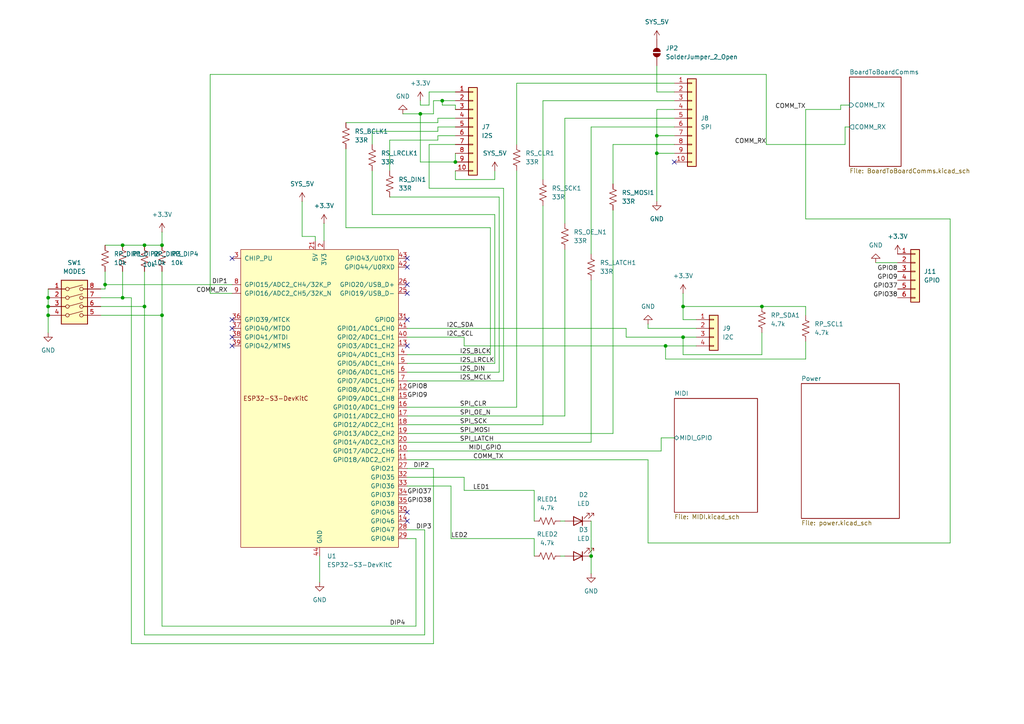
<source format=kicad_sch>
(kicad_sch
	(version 20250114)
	(generator "eeschema")
	(generator_version "9.0")
	(uuid "941f81de-fb37-4087-b582-01c965c3f0ac")
	(paper "A4")
	(lib_symbols
		(symbol "Connector_Generic:Conn_01x04"
			(pin_names
				(offset 1.016)
				(hide yes)
			)
			(exclude_from_sim no)
			(in_bom yes)
			(on_board yes)
			(property "Reference" "J"
				(at 0 5.08 0)
				(effects
					(font
						(size 1.27 1.27)
					)
				)
			)
			(property "Value" "Conn_01x04"
				(at 0 -7.62 0)
				(effects
					(font
						(size 1.27 1.27)
					)
				)
			)
			(property "Footprint" ""
				(at 0 0 0)
				(effects
					(font
						(size 1.27 1.27)
					)
					(hide yes)
				)
			)
			(property "Datasheet" "~"
				(at 0 0 0)
				(effects
					(font
						(size 1.27 1.27)
					)
					(hide yes)
				)
			)
			(property "Description" "Generic connector, single row, 01x04, script generated (kicad-library-utils/schlib/autogen/connector/)"
				(at 0 0 0)
				(effects
					(font
						(size 1.27 1.27)
					)
					(hide yes)
				)
			)
			(property "ki_keywords" "connector"
				(at 0 0 0)
				(effects
					(font
						(size 1.27 1.27)
					)
					(hide yes)
				)
			)
			(property "ki_fp_filters" "Connector*:*_1x??_*"
				(at 0 0 0)
				(effects
					(font
						(size 1.27 1.27)
					)
					(hide yes)
				)
			)
			(symbol "Conn_01x04_1_1"
				(rectangle
					(start -1.27 3.81)
					(end 1.27 -6.35)
					(stroke
						(width 0.254)
						(type default)
					)
					(fill
						(type background)
					)
				)
				(rectangle
					(start -1.27 2.667)
					(end 0 2.413)
					(stroke
						(width 0.1524)
						(type default)
					)
					(fill
						(type none)
					)
				)
				(rectangle
					(start -1.27 0.127)
					(end 0 -0.127)
					(stroke
						(width 0.1524)
						(type default)
					)
					(fill
						(type none)
					)
				)
				(rectangle
					(start -1.27 -2.413)
					(end 0 -2.667)
					(stroke
						(width 0.1524)
						(type default)
					)
					(fill
						(type none)
					)
				)
				(rectangle
					(start -1.27 -4.953)
					(end 0 -5.207)
					(stroke
						(width 0.1524)
						(type default)
					)
					(fill
						(type none)
					)
				)
				(pin passive line
					(at -5.08 2.54 0)
					(length 3.81)
					(name "Pin_1"
						(effects
							(font
								(size 1.27 1.27)
							)
						)
					)
					(number "1"
						(effects
							(font
								(size 1.27 1.27)
							)
						)
					)
				)
				(pin passive line
					(at -5.08 0 0)
					(length 3.81)
					(name "Pin_2"
						(effects
							(font
								(size 1.27 1.27)
							)
						)
					)
					(number "2"
						(effects
							(font
								(size 1.27 1.27)
							)
						)
					)
				)
				(pin passive line
					(at -5.08 -2.54 0)
					(length 3.81)
					(name "Pin_3"
						(effects
							(font
								(size 1.27 1.27)
							)
						)
					)
					(number "3"
						(effects
							(font
								(size 1.27 1.27)
							)
						)
					)
				)
				(pin passive line
					(at -5.08 -5.08 0)
					(length 3.81)
					(name "Pin_4"
						(effects
							(font
								(size 1.27 1.27)
							)
						)
					)
					(number "4"
						(effects
							(font
								(size 1.27 1.27)
							)
						)
					)
				)
			)
			(embedded_fonts no)
		)
		(symbol "Connector_Generic:Conn_01x06"
			(pin_names
				(offset 1.016)
				(hide yes)
			)
			(exclude_from_sim no)
			(in_bom yes)
			(on_board yes)
			(property "Reference" "J"
				(at 0 7.62 0)
				(effects
					(font
						(size 1.27 1.27)
					)
				)
			)
			(property "Value" "Conn_01x06"
				(at 0 -10.16 0)
				(effects
					(font
						(size 1.27 1.27)
					)
				)
			)
			(property "Footprint" ""
				(at 0 0 0)
				(effects
					(font
						(size 1.27 1.27)
					)
					(hide yes)
				)
			)
			(property "Datasheet" "~"
				(at 0 0 0)
				(effects
					(font
						(size 1.27 1.27)
					)
					(hide yes)
				)
			)
			(property "Description" "Generic connector, single row, 01x06, script generated (kicad-library-utils/schlib/autogen/connector/)"
				(at 0 0 0)
				(effects
					(font
						(size 1.27 1.27)
					)
					(hide yes)
				)
			)
			(property "ki_keywords" "connector"
				(at 0 0 0)
				(effects
					(font
						(size 1.27 1.27)
					)
					(hide yes)
				)
			)
			(property "ki_fp_filters" "Connector*:*_1x??_*"
				(at 0 0 0)
				(effects
					(font
						(size 1.27 1.27)
					)
					(hide yes)
				)
			)
			(symbol "Conn_01x06_1_1"
				(rectangle
					(start -1.27 6.35)
					(end 1.27 -8.89)
					(stroke
						(width 0.254)
						(type default)
					)
					(fill
						(type background)
					)
				)
				(rectangle
					(start -1.27 5.207)
					(end 0 4.953)
					(stroke
						(width 0.1524)
						(type default)
					)
					(fill
						(type none)
					)
				)
				(rectangle
					(start -1.27 2.667)
					(end 0 2.413)
					(stroke
						(width 0.1524)
						(type default)
					)
					(fill
						(type none)
					)
				)
				(rectangle
					(start -1.27 0.127)
					(end 0 -0.127)
					(stroke
						(width 0.1524)
						(type default)
					)
					(fill
						(type none)
					)
				)
				(rectangle
					(start -1.27 -2.413)
					(end 0 -2.667)
					(stroke
						(width 0.1524)
						(type default)
					)
					(fill
						(type none)
					)
				)
				(rectangle
					(start -1.27 -4.953)
					(end 0 -5.207)
					(stroke
						(width 0.1524)
						(type default)
					)
					(fill
						(type none)
					)
				)
				(rectangle
					(start -1.27 -7.493)
					(end 0 -7.747)
					(stroke
						(width 0.1524)
						(type default)
					)
					(fill
						(type none)
					)
				)
				(pin passive line
					(at -5.08 5.08 0)
					(length 3.81)
					(name "Pin_1"
						(effects
							(font
								(size 1.27 1.27)
							)
						)
					)
					(number "1"
						(effects
							(font
								(size 1.27 1.27)
							)
						)
					)
				)
				(pin passive line
					(at -5.08 2.54 0)
					(length 3.81)
					(name "Pin_2"
						(effects
							(font
								(size 1.27 1.27)
							)
						)
					)
					(number "2"
						(effects
							(font
								(size 1.27 1.27)
							)
						)
					)
				)
				(pin passive line
					(at -5.08 0 0)
					(length 3.81)
					(name "Pin_3"
						(effects
							(font
								(size 1.27 1.27)
							)
						)
					)
					(number "3"
						(effects
							(font
								(size 1.27 1.27)
							)
						)
					)
				)
				(pin passive line
					(at -5.08 -2.54 0)
					(length 3.81)
					(name "Pin_4"
						(effects
							(font
								(size 1.27 1.27)
							)
						)
					)
					(number "4"
						(effects
							(font
								(size 1.27 1.27)
							)
						)
					)
				)
				(pin passive line
					(at -5.08 -5.08 0)
					(length 3.81)
					(name "Pin_5"
						(effects
							(font
								(size 1.27 1.27)
							)
						)
					)
					(number "5"
						(effects
							(font
								(size 1.27 1.27)
							)
						)
					)
				)
				(pin passive line
					(at -5.08 -7.62 0)
					(length 3.81)
					(name "Pin_6"
						(effects
							(font
								(size 1.27 1.27)
							)
						)
					)
					(number "6"
						(effects
							(font
								(size 1.27 1.27)
							)
						)
					)
				)
			)
			(embedded_fonts no)
		)
		(symbol "Connector_Generic:Conn_01x10"
			(pin_names
				(offset 1.016)
				(hide yes)
			)
			(exclude_from_sim no)
			(in_bom yes)
			(on_board yes)
			(property "Reference" "J"
				(at 0 12.7 0)
				(effects
					(font
						(size 1.27 1.27)
					)
				)
			)
			(property "Value" "Conn_01x10"
				(at 0 -15.24 0)
				(effects
					(font
						(size 1.27 1.27)
					)
				)
			)
			(property "Footprint" ""
				(at 0 0 0)
				(effects
					(font
						(size 1.27 1.27)
					)
					(hide yes)
				)
			)
			(property "Datasheet" "~"
				(at 0 0 0)
				(effects
					(font
						(size 1.27 1.27)
					)
					(hide yes)
				)
			)
			(property "Description" "Generic connector, single row, 01x10, script generated (kicad-library-utils/schlib/autogen/connector/)"
				(at 0 0 0)
				(effects
					(font
						(size 1.27 1.27)
					)
					(hide yes)
				)
			)
			(property "ki_keywords" "connector"
				(at 0 0 0)
				(effects
					(font
						(size 1.27 1.27)
					)
					(hide yes)
				)
			)
			(property "ki_fp_filters" "Connector*:*_1x??_*"
				(at 0 0 0)
				(effects
					(font
						(size 1.27 1.27)
					)
					(hide yes)
				)
			)
			(symbol "Conn_01x10_1_1"
				(rectangle
					(start -1.27 11.43)
					(end 1.27 -13.97)
					(stroke
						(width 0.254)
						(type default)
					)
					(fill
						(type background)
					)
				)
				(rectangle
					(start -1.27 10.287)
					(end 0 10.033)
					(stroke
						(width 0.1524)
						(type default)
					)
					(fill
						(type none)
					)
				)
				(rectangle
					(start -1.27 7.747)
					(end 0 7.493)
					(stroke
						(width 0.1524)
						(type default)
					)
					(fill
						(type none)
					)
				)
				(rectangle
					(start -1.27 5.207)
					(end 0 4.953)
					(stroke
						(width 0.1524)
						(type default)
					)
					(fill
						(type none)
					)
				)
				(rectangle
					(start -1.27 2.667)
					(end 0 2.413)
					(stroke
						(width 0.1524)
						(type default)
					)
					(fill
						(type none)
					)
				)
				(rectangle
					(start -1.27 0.127)
					(end 0 -0.127)
					(stroke
						(width 0.1524)
						(type default)
					)
					(fill
						(type none)
					)
				)
				(rectangle
					(start -1.27 -2.413)
					(end 0 -2.667)
					(stroke
						(width 0.1524)
						(type default)
					)
					(fill
						(type none)
					)
				)
				(rectangle
					(start -1.27 -4.953)
					(end 0 -5.207)
					(stroke
						(width 0.1524)
						(type default)
					)
					(fill
						(type none)
					)
				)
				(rectangle
					(start -1.27 -7.493)
					(end 0 -7.747)
					(stroke
						(width 0.1524)
						(type default)
					)
					(fill
						(type none)
					)
				)
				(rectangle
					(start -1.27 -10.033)
					(end 0 -10.287)
					(stroke
						(width 0.1524)
						(type default)
					)
					(fill
						(type none)
					)
				)
				(rectangle
					(start -1.27 -12.573)
					(end 0 -12.827)
					(stroke
						(width 0.1524)
						(type default)
					)
					(fill
						(type none)
					)
				)
				(pin passive line
					(at -5.08 10.16 0)
					(length 3.81)
					(name "Pin_1"
						(effects
							(font
								(size 1.27 1.27)
							)
						)
					)
					(number "1"
						(effects
							(font
								(size 1.27 1.27)
							)
						)
					)
				)
				(pin passive line
					(at -5.08 7.62 0)
					(length 3.81)
					(name "Pin_2"
						(effects
							(font
								(size 1.27 1.27)
							)
						)
					)
					(number "2"
						(effects
							(font
								(size 1.27 1.27)
							)
						)
					)
				)
				(pin passive line
					(at -5.08 5.08 0)
					(length 3.81)
					(name "Pin_3"
						(effects
							(font
								(size 1.27 1.27)
							)
						)
					)
					(number "3"
						(effects
							(font
								(size 1.27 1.27)
							)
						)
					)
				)
				(pin passive line
					(at -5.08 2.54 0)
					(length 3.81)
					(name "Pin_4"
						(effects
							(font
								(size 1.27 1.27)
							)
						)
					)
					(number "4"
						(effects
							(font
								(size 1.27 1.27)
							)
						)
					)
				)
				(pin passive line
					(at -5.08 0 0)
					(length 3.81)
					(name "Pin_5"
						(effects
							(font
								(size 1.27 1.27)
							)
						)
					)
					(number "5"
						(effects
							(font
								(size 1.27 1.27)
							)
						)
					)
				)
				(pin passive line
					(at -5.08 -2.54 0)
					(length 3.81)
					(name "Pin_6"
						(effects
							(font
								(size 1.27 1.27)
							)
						)
					)
					(number "6"
						(effects
							(font
								(size 1.27 1.27)
							)
						)
					)
				)
				(pin passive line
					(at -5.08 -5.08 0)
					(length 3.81)
					(name "Pin_7"
						(effects
							(font
								(size 1.27 1.27)
							)
						)
					)
					(number "7"
						(effects
							(font
								(size 1.27 1.27)
							)
						)
					)
				)
				(pin passive line
					(at -5.08 -7.62 0)
					(length 3.81)
					(name "Pin_8"
						(effects
							(font
								(size 1.27 1.27)
							)
						)
					)
					(number "8"
						(effects
							(font
								(size 1.27 1.27)
							)
						)
					)
				)
				(pin passive line
					(at -5.08 -10.16 0)
					(length 3.81)
					(name "Pin_9"
						(effects
							(font
								(size 1.27 1.27)
							)
						)
					)
					(number "9"
						(effects
							(font
								(size 1.27 1.27)
							)
						)
					)
				)
				(pin passive line
					(at -5.08 -12.7 0)
					(length 3.81)
					(name "Pin_10"
						(effects
							(font
								(size 1.27 1.27)
							)
						)
					)
					(number "10"
						(effects
							(font
								(size 1.27 1.27)
							)
						)
					)
				)
			)
			(embedded_fonts no)
		)
		(symbol "Device:LED"
			(pin_numbers
				(hide yes)
			)
			(pin_names
				(offset 1.016)
				(hide yes)
			)
			(exclude_from_sim no)
			(in_bom yes)
			(on_board yes)
			(property "Reference" "D"
				(at 0 2.54 0)
				(effects
					(font
						(size 1.27 1.27)
					)
				)
			)
			(property "Value" "LED"
				(at 0 -2.54 0)
				(effects
					(font
						(size 1.27 1.27)
					)
				)
			)
			(property "Footprint" ""
				(at 0 0 0)
				(effects
					(font
						(size 1.27 1.27)
					)
					(hide yes)
				)
			)
			(property "Datasheet" "~"
				(at 0 0 0)
				(effects
					(font
						(size 1.27 1.27)
					)
					(hide yes)
				)
			)
			(property "Description" "Light emitting diode"
				(at 0 0 0)
				(effects
					(font
						(size 1.27 1.27)
					)
					(hide yes)
				)
			)
			(property "Sim.Pins" "1=K 2=A"
				(at 0 0 0)
				(effects
					(font
						(size 1.27 1.27)
					)
					(hide yes)
				)
			)
			(property "ki_keywords" "LED diode"
				(at 0 0 0)
				(effects
					(font
						(size 1.27 1.27)
					)
					(hide yes)
				)
			)
			(property "ki_fp_filters" "LED* LED_SMD:* LED_THT:*"
				(at 0 0 0)
				(effects
					(font
						(size 1.27 1.27)
					)
					(hide yes)
				)
			)
			(symbol "LED_0_1"
				(polyline
					(pts
						(xy -3.048 -0.762) (xy -4.572 -2.286) (xy -3.81 -2.286) (xy -4.572 -2.286) (xy -4.572 -1.524)
					)
					(stroke
						(width 0)
						(type default)
					)
					(fill
						(type none)
					)
				)
				(polyline
					(pts
						(xy -1.778 -0.762) (xy -3.302 -2.286) (xy -2.54 -2.286) (xy -3.302 -2.286) (xy -3.302 -1.524)
					)
					(stroke
						(width 0)
						(type default)
					)
					(fill
						(type none)
					)
				)
				(polyline
					(pts
						(xy -1.27 0) (xy 1.27 0)
					)
					(stroke
						(width 0)
						(type default)
					)
					(fill
						(type none)
					)
				)
				(polyline
					(pts
						(xy -1.27 -1.27) (xy -1.27 1.27)
					)
					(stroke
						(width 0.254)
						(type default)
					)
					(fill
						(type none)
					)
				)
				(polyline
					(pts
						(xy 1.27 -1.27) (xy 1.27 1.27) (xy -1.27 0) (xy 1.27 -1.27)
					)
					(stroke
						(width 0.254)
						(type default)
					)
					(fill
						(type none)
					)
				)
			)
			(symbol "LED_1_1"
				(pin passive line
					(at -3.81 0 0)
					(length 2.54)
					(name "K"
						(effects
							(font
								(size 1.27 1.27)
							)
						)
					)
					(number "1"
						(effects
							(font
								(size 1.27 1.27)
							)
						)
					)
				)
				(pin passive line
					(at 3.81 0 180)
					(length 2.54)
					(name "A"
						(effects
							(font
								(size 1.27 1.27)
							)
						)
					)
					(number "2"
						(effects
							(font
								(size 1.27 1.27)
							)
						)
					)
				)
			)
			(embedded_fonts no)
		)
		(symbol "Device:R_US"
			(pin_numbers
				(hide yes)
			)
			(pin_names
				(offset 0)
			)
			(exclude_from_sim no)
			(in_bom yes)
			(on_board yes)
			(property "Reference" "R"
				(at 2.54 0 90)
				(effects
					(font
						(size 1.27 1.27)
					)
				)
			)
			(property "Value" "R_US"
				(at -2.54 0 90)
				(effects
					(font
						(size 1.27 1.27)
					)
				)
			)
			(property "Footprint" ""
				(at 1.016 -0.254 90)
				(effects
					(font
						(size 1.27 1.27)
					)
					(hide yes)
				)
			)
			(property "Datasheet" "~"
				(at 0 0 0)
				(effects
					(font
						(size 1.27 1.27)
					)
					(hide yes)
				)
			)
			(property "Description" "Resistor, US symbol"
				(at 0 0 0)
				(effects
					(font
						(size 1.27 1.27)
					)
					(hide yes)
				)
			)
			(property "ki_keywords" "R res resistor"
				(at 0 0 0)
				(effects
					(font
						(size 1.27 1.27)
					)
					(hide yes)
				)
			)
			(property "ki_fp_filters" "R_*"
				(at 0 0 0)
				(effects
					(font
						(size 1.27 1.27)
					)
					(hide yes)
				)
			)
			(symbol "R_US_0_1"
				(polyline
					(pts
						(xy 0 2.286) (xy 0 2.54)
					)
					(stroke
						(width 0)
						(type default)
					)
					(fill
						(type none)
					)
				)
				(polyline
					(pts
						(xy 0 2.286) (xy 1.016 1.905) (xy 0 1.524) (xy -1.016 1.143) (xy 0 0.762)
					)
					(stroke
						(width 0)
						(type default)
					)
					(fill
						(type none)
					)
				)
				(polyline
					(pts
						(xy 0 0.762) (xy 1.016 0.381) (xy 0 0) (xy -1.016 -0.381) (xy 0 -0.762)
					)
					(stroke
						(width 0)
						(type default)
					)
					(fill
						(type none)
					)
				)
				(polyline
					(pts
						(xy 0 -0.762) (xy 1.016 -1.143) (xy 0 -1.524) (xy -1.016 -1.905) (xy 0 -2.286)
					)
					(stroke
						(width 0)
						(type default)
					)
					(fill
						(type none)
					)
				)
				(polyline
					(pts
						(xy 0 -2.286) (xy 0 -2.54)
					)
					(stroke
						(width 0)
						(type default)
					)
					(fill
						(type none)
					)
				)
			)
			(symbol "R_US_1_1"
				(pin passive line
					(at 0 3.81 270)
					(length 1.27)
					(name "~"
						(effects
							(font
								(size 1.27 1.27)
							)
						)
					)
					(number "1"
						(effects
							(font
								(size 1.27 1.27)
							)
						)
					)
				)
				(pin passive line
					(at 0 -3.81 90)
					(length 1.27)
					(name "~"
						(effects
							(font
								(size 1.27 1.27)
							)
						)
					)
					(number "2"
						(effects
							(font
								(size 1.27 1.27)
							)
						)
					)
				)
			)
			(embedded_fonts no)
		)
		(symbol "Jumper:SolderJumper_2_Open"
			(pin_numbers
				(hide yes)
			)
			(pin_names
				(offset 0)
				(hide yes)
			)
			(exclude_from_sim no)
			(in_bom no)
			(on_board yes)
			(property "Reference" "JP"
				(at 0 2.032 0)
				(effects
					(font
						(size 1.27 1.27)
					)
				)
			)
			(property "Value" "SolderJumper_2_Open"
				(at 0 -2.54 0)
				(effects
					(font
						(size 1.27 1.27)
					)
				)
			)
			(property "Footprint" ""
				(at 0 0 0)
				(effects
					(font
						(size 1.27 1.27)
					)
					(hide yes)
				)
			)
			(property "Datasheet" "~"
				(at 0 0 0)
				(effects
					(font
						(size 1.27 1.27)
					)
					(hide yes)
				)
			)
			(property "Description" "Solder Jumper, 2-pole, open"
				(at 0 0 0)
				(effects
					(font
						(size 1.27 1.27)
					)
					(hide yes)
				)
			)
			(property "ki_keywords" "solder jumper SPST"
				(at 0 0 0)
				(effects
					(font
						(size 1.27 1.27)
					)
					(hide yes)
				)
			)
			(property "ki_fp_filters" "SolderJumper*Open*"
				(at 0 0 0)
				(effects
					(font
						(size 1.27 1.27)
					)
					(hide yes)
				)
			)
			(symbol "SolderJumper_2_Open_0_1"
				(polyline
					(pts
						(xy -0.254 1.016) (xy -0.254 -1.016)
					)
					(stroke
						(width 0)
						(type default)
					)
					(fill
						(type none)
					)
				)
				(arc
					(start -0.254 -1.016)
					(mid -1.2656 0)
					(end -0.254 1.016)
					(stroke
						(width 0)
						(type default)
					)
					(fill
						(type none)
					)
				)
				(arc
					(start -0.254 -1.016)
					(mid -1.2656 0)
					(end -0.254 1.016)
					(stroke
						(width 0)
						(type default)
					)
					(fill
						(type outline)
					)
				)
				(arc
					(start 0.254 1.016)
					(mid 1.2656 0)
					(end 0.254 -1.016)
					(stroke
						(width 0)
						(type default)
					)
					(fill
						(type none)
					)
				)
				(arc
					(start 0.254 1.016)
					(mid 1.2656 0)
					(end 0.254 -1.016)
					(stroke
						(width 0)
						(type default)
					)
					(fill
						(type outline)
					)
				)
				(polyline
					(pts
						(xy 0.254 1.016) (xy 0.254 -1.016)
					)
					(stroke
						(width 0)
						(type default)
					)
					(fill
						(type none)
					)
				)
			)
			(symbol "SolderJumper_2_Open_1_1"
				(pin passive line
					(at -3.81 0 0)
					(length 2.54)
					(name "A"
						(effects
							(font
								(size 1.27 1.27)
							)
						)
					)
					(number "1"
						(effects
							(font
								(size 1.27 1.27)
							)
						)
					)
				)
				(pin passive line
					(at 3.81 0 180)
					(length 2.54)
					(name "B"
						(effects
							(font
								(size 1.27 1.27)
							)
						)
					)
					(number "2"
						(effects
							(font
								(size 1.27 1.27)
							)
						)
					)
				)
			)
			(embedded_fonts no)
		)
		(symbol "PCM_Espressif:ESP32-S3-DevKitC"
			(pin_names
				(offset 1.016)
			)
			(exclude_from_sim no)
			(in_bom yes)
			(on_board yes)
			(property "Reference" "U"
				(at -22.86 48.26 0)
				(effects
					(font
						(size 1.27 1.27)
					)
					(justify left)
				)
			)
			(property "Value" "ESP32-S3-DevKitC"
				(at -22.86 45.72 0)
				(effects
					(font
						(size 1.27 1.27)
					)
					(justify left)
				)
			)
			(property "Footprint" "PCM_Espressif:ESP32-S3-DevKitC"
				(at 0 -57.15 0)
				(effects
					(font
						(size 1.27 1.27)
					)
					(hide yes)
				)
			)
			(property "Datasheet" ""
				(at -59.69 -2.54 0)
				(effects
					(font
						(size 1.27 1.27)
					)
					(hide yes)
				)
			)
			(property "Description" "ESP32-S3-DevKitC"
				(at 0 0 0)
				(effects
					(font
						(size 1.27 1.27)
					)
					(hide yes)
				)
			)
			(symbol "ESP32-S3-DevKitC_0_0"
				(text "ESP32-S3-DevKitC"
					(at -12.7 0 0)
					(effects
						(font
							(size 1.27 1.27)
						)
					)
				)
				(pin bidirectional line
					(at -25.4 15.24 0)
					(length 2.54)
					(name "GPIO42/MTMS"
						(effects
							(font
								(size 1.27 1.27)
							)
						)
					)
					(number "39"
						(effects
							(font
								(size 1.27 1.27)
							)
						)
					)
				)
				(pin power_in line
					(at 0 -45.72 90)
					(length 2.54)
					(name "GND"
						(effects
							(font
								(size 1.27 1.27)
							)
						)
					)
					(number "44"
						(effects
							(font
								(size 1.27 1.27)
							)
						)
					)
				)
				(pin bidirectional line
					(at 25.4 40.64 180)
					(length 2.54)
					(name "GPIO43/U0TXD"
						(effects
							(font
								(size 1.27 1.27)
							)
						)
					)
					(number "43"
						(effects
							(font
								(size 1.27 1.27)
							)
						)
					)
				)
				(pin bidirectional line
					(at 25.4 38.1 180)
					(length 2.54)
					(name "GPIO44/U0RXD"
						(effects
							(font
								(size 1.27 1.27)
							)
						)
					)
					(number "42"
						(effects
							(font
								(size 1.27 1.27)
							)
						)
					)
				)
				(pin bidirectional line
					(at 25.4 20.32 180)
					(length 2.54)
					(name "GPIO1/ADC1_CH0"
						(effects
							(font
								(size 1.27 1.27)
							)
						)
					)
					(number "41"
						(effects
							(font
								(size 1.27 1.27)
							)
						)
					)
				)
				(pin bidirectional line
					(at 25.4 17.78 180)
					(length 2.54)
					(name "GPIO2/ADC1_CH1"
						(effects
							(font
								(size 1.27 1.27)
							)
						)
					)
					(number "40"
						(effects
							(font
								(size 1.27 1.27)
							)
						)
					)
				)
				(pin bidirectional line
					(at 25.4 -10.16 180)
					(length 2.54)
					(name "GPIO13/ADC2_CH2"
						(effects
							(font
								(size 1.27 1.27)
							)
						)
					)
					(number "19"
						(effects
							(font
								(size 1.27 1.27)
							)
						)
					)
				)
				(pin bidirectional line
					(at 25.4 -35.56 180)
					(length 2.54)
					(name "GPIO46"
						(effects
							(font
								(size 1.27 1.27)
							)
						)
					)
					(number "14"
						(effects
							(font
								(size 1.27 1.27)
							)
						)
					)
				)
			)
			(symbol "ESP32-S3-DevKitC_0_1"
				(rectangle
					(start -22.86 43.18)
					(end 22.86 -43.18)
					(stroke
						(width 0)
						(type default)
					)
					(fill
						(type background)
					)
				)
				(pin power_in line
					(at 1.27 45.72 270)
					(length 2.54)
					(name "3V3"
						(effects
							(font
								(size 1.27 1.27)
							)
						)
					)
					(number "2"
						(effects
							(font
								(size 1.27 1.27)
							)
						)
					)
				)
			)
			(symbol "ESP32-S3-DevKitC_1_1"
				(pin input line
					(at -25.4 40.64 0)
					(length 2.54)
					(name "CHIP_PU"
						(effects
							(font
								(size 1.27 1.27)
							)
						)
					)
					(number "3"
						(effects
							(font
								(size 1.27 1.27)
							)
						)
					)
				)
				(pin bidirectional line
					(at -25.4 33.02 0)
					(length 2.54)
					(name "GPIO15/ADC2_CH4/32K_P"
						(effects
							(font
								(size 1.27 1.27)
							)
						)
					)
					(number "8"
						(effects
							(font
								(size 1.27 1.27)
							)
						)
					)
				)
				(pin bidirectional line
					(at -25.4 30.48 0)
					(length 2.54)
					(name "GPIO16/ADC2_CH5/32K_N"
						(effects
							(font
								(size 1.27 1.27)
							)
						)
					)
					(number "9"
						(effects
							(font
								(size 1.27 1.27)
							)
						)
					)
				)
				(pin bidirectional line
					(at -25.4 22.86 0)
					(length 2.54)
					(name "GPIO39/MTCK"
						(effects
							(font
								(size 1.27 1.27)
							)
						)
					)
					(number "36"
						(effects
							(font
								(size 1.27 1.27)
							)
						)
					)
				)
				(pin bidirectional line
					(at -25.4 20.32 0)
					(length 2.54)
					(name "GPIO40/MTDO"
						(effects
							(font
								(size 1.27 1.27)
							)
						)
					)
					(number "37"
						(effects
							(font
								(size 1.27 1.27)
							)
						)
					)
				)
				(pin bidirectional line
					(at -25.4 17.78 0)
					(length 2.54)
					(name "GPIO41/MTDI"
						(effects
							(font
								(size 1.27 1.27)
							)
						)
					)
					(number "38"
						(effects
							(font
								(size 1.27 1.27)
							)
						)
					)
				)
				(pin power_in line
					(at -1.27 45.72 270)
					(length 2.54)
					(name "5V"
						(effects
							(font
								(size 1.27 1.27)
							)
						)
					)
					(number "21"
						(effects
							(font
								(size 1.27 1.27)
							)
						)
					)
				)
				(pin passive line
					(at 0 -45.72 90)
					(length 2.54)
					(hide yes)
					(name "GND"
						(effects
							(font
								(size 1.27 1.27)
							)
						)
					)
					(number "22"
						(effects
							(font
								(size 1.27 1.27)
							)
						)
					)
				)
				(pin passive line
					(at 0 -45.72 90)
					(length 2.54)
					(hide yes)
					(name "GND"
						(effects
							(font
								(size 1.27 1.27)
							)
						)
					)
					(number "23"
						(effects
							(font
								(size 1.27 1.27)
							)
						)
					)
				)
				(pin passive line
					(at 0 -45.72 90)
					(length 2.54)
					(hide yes)
					(name "GND"
						(effects
							(font
								(size 1.27 1.27)
							)
						)
					)
					(number "24"
						(effects
							(font
								(size 1.27 1.27)
							)
						)
					)
				)
				(pin passive line
					(at 1.27 45.72 270)
					(length 2.54)
					(hide yes)
					(name "3V3"
						(effects
							(font
								(size 1.27 1.27)
							)
						)
					)
					(number "1"
						(effects
							(font
								(size 1.27 1.27)
							)
						)
					)
				)
				(pin bidirectional line
					(at 25.4 33.02 180)
					(length 2.54)
					(name "GPIO20/USB_D+"
						(effects
							(font
								(size 1.27 1.27)
							)
						)
					)
					(number "26"
						(effects
							(font
								(size 1.27 1.27)
							)
						)
					)
				)
				(pin bidirectional line
					(at 25.4 30.48 180)
					(length 2.54)
					(name "GPIO19/USB_D-"
						(effects
							(font
								(size 1.27 1.27)
							)
						)
					)
					(number "25"
						(effects
							(font
								(size 1.27 1.27)
							)
						)
					)
				)
				(pin bidirectional line
					(at 25.4 22.86 180)
					(length 2.54)
					(name "GPIO0"
						(effects
							(font
								(size 1.27 1.27)
							)
						)
					)
					(number "31"
						(effects
							(font
								(size 1.27 1.27)
							)
						)
					)
				)
				(pin bidirectional line
					(at 25.4 15.24 180)
					(length 2.54)
					(name "GPIO3/ADC1_CH2"
						(effects
							(font
								(size 1.27 1.27)
							)
						)
					)
					(number "13"
						(effects
							(font
								(size 1.27 1.27)
							)
						)
					)
				)
				(pin bidirectional line
					(at 25.4 12.7 180)
					(length 2.54)
					(name "GPIO4/ADC1_CH3"
						(effects
							(font
								(size 1.27 1.27)
							)
						)
					)
					(number "4"
						(effects
							(font
								(size 1.27 1.27)
							)
						)
					)
				)
				(pin bidirectional line
					(at 25.4 10.16 180)
					(length 2.54)
					(name "GPIO5/ADC1_CH4"
						(effects
							(font
								(size 1.27 1.27)
							)
						)
					)
					(number "5"
						(effects
							(font
								(size 1.27 1.27)
							)
						)
					)
				)
				(pin bidirectional line
					(at 25.4 7.62 180)
					(length 2.54)
					(name "GPIO6/ADC1_CH5"
						(effects
							(font
								(size 1.27 1.27)
							)
						)
					)
					(number "6"
						(effects
							(font
								(size 1.27 1.27)
							)
						)
					)
				)
				(pin bidirectional line
					(at 25.4 5.08 180)
					(length 2.54)
					(name "GPIO7/ADC1_CH6"
						(effects
							(font
								(size 1.27 1.27)
							)
						)
					)
					(number "7"
						(effects
							(font
								(size 1.27 1.27)
							)
						)
					)
				)
				(pin bidirectional line
					(at 25.4 2.54 180)
					(length 2.54)
					(name "GPIO8/ADC1_CH7"
						(effects
							(font
								(size 1.27 1.27)
							)
						)
					)
					(number "12"
						(effects
							(font
								(size 1.27 1.27)
							)
						)
					)
				)
				(pin bidirectional line
					(at 25.4 0 180)
					(length 2.54)
					(name "GPIO9/ADC1_CH8"
						(effects
							(font
								(size 1.27 1.27)
							)
						)
					)
					(number "15"
						(effects
							(font
								(size 1.27 1.27)
							)
						)
					)
				)
				(pin bidirectional line
					(at 25.4 -2.54 180)
					(length 2.54)
					(name "GPIO10/ADC1_CH9"
						(effects
							(font
								(size 1.27 1.27)
							)
						)
					)
					(number "16"
						(effects
							(font
								(size 1.27 1.27)
							)
						)
					)
				)
				(pin bidirectional line
					(at 25.4 -5.08 180)
					(length 2.54)
					(name "GPIO11/ADC2_CH0"
						(effects
							(font
								(size 1.27 1.27)
							)
						)
					)
					(number "17"
						(effects
							(font
								(size 1.27 1.27)
							)
						)
					)
				)
				(pin bidirectional line
					(at 25.4 -7.62 180)
					(length 2.54)
					(name "GPIO12/ADC2_CH1"
						(effects
							(font
								(size 1.27 1.27)
							)
						)
					)
					(number "18"
						(effects
							(font
								(size 1.27 1.27)
							)
						)
					)
				)
				(pin bidirectional line
					(at 25.4 -12.7 180)
					(length 2.54)
					(name "GPIO14/ADC2_CH3"
						(effects
							(font
								(size 1.27 1.27)
							)
						)
					)
					(number "20"
						(effects
							(font
								(size 1.27 1.27)
							)
						)
					)
				)
				(pin bidirectional line
					(at 25.4 -15.24 180)
					(length 2.54)
					(name "GPIO17/ADC2_CH6"
						(effects
							(font
								(size 1.27 1.27)
							)
						)
					)
					(number "10"
						(effects
							(font
								(size 1.27 1.27)
							)
						)
					)
				)
				(pin bidirectional line
					(at 25.4 -17.78 180)
					(length 2.54)
					(name "GPIO18/ADC2_CH7"
						(effects
							(font
								(size 1.27 1.27)
							)
						)
					)
					(number "11"
						(effects
							(font
								(size 1.27 1.27)
							)
						)
					)
				)
				(pin bidirectional line
					(at 25.4 -20.32 180)
					(length 2.54)
					(name "GPIO21"
						(effects
							(font
								(size 1.27 1.27)
							)
						)
					)
					(number "27"
						(effects
							(font
								(size 1.27 1.27)
							)
						)
					)
				)
				(pin bidirectional line
					(at 25.4 -22.86 180)
					(length 2.54)
					(name "GPIO35"
						(effects
							(font
								(size 1.27 1.27)
							)
						)
					)
					(number "32"
						(effects
							(font
								(size 1.27 1.27)
							)
						)
					)
				)
				(pin bidirectional line
					(at 25.4 -25.4 180)
					(length 2.54)
					(name "GPIO36"
						(effects
							(font
								(size 1.27 1.27)
							)
						)
					)
					(number "33"
						(effects
							(font
								(size 1.27 1.27)
							)
						)
					)
				)
				(pin bidirectional line
					(at 25.4 -27.94 180)
					(length 2.54)
					(name "GPIO37"
						(effects
							(font
								(size 1.27 1.27)
							)
						)
					)
					(number "34"
						(effects
							(font
								(size 1.27 1.27)
							)
						)
					)
				)
				(pin bidirectional line
					(at 25.4 -30.48 180)
					(length 2.54)
					(name "GPIO38"
						(effects
							(font
								(size 1.27 1.27)
							)
						)
					)
					(number "35"
						(effects
							(font
								(size 1.27 1.27)
							)
						)
					)
				)
				(pin bidirectional line
					(at 25.4 -33.02 180)
					(length 2.54)
					(name "GPIO45"
						(effects
							(font
								(size 1.27 1.27)
							)
						)
					)
					(number "30"
						(effects
							(font
								(size 1.27 1.27)
							)
						)
					)
				)
				(pin bidirectional line
					(at 25.4 -38.1 180)
					(length 2.54)
					(name "GPIO47"
						(effects
							(font
								(size 1.27 1.27)
							)
						)
					)
					(number "28"
						(effects
							(font
								(size 1.27 1.27)
							)
						)
					)
				)
				(pin bidirectional line
					(at 25.4 -40.64 180)
					(length 2.54)
					(name "GPIO48"
						(effects
							(font
								(size 1.27 1.27)
							)
						)
					)
					(number "29"
						(effects
							(font
								(size 1.27 1.27)
							)
						)
					)
				)
			)
			(embedded_fonts no)
		)
		(symbol "Switch:SW_DIP_x04"
			(pin_names
				(offset 0)
				(hide yes)
			)
			(exclude_from_sim no)
			(in_bom yes)
			(on_board yes)
			(property "Reference" "SW"
				(at 0 8.89 0)
				(effects
					(font
						(size 1.27 1.27)
					)
				)
			)
			(property "Value" "SW_DIP_x04"
				(at 0 -6.35 0)
				(effects
					(font
						(size 1.27 1.27)
					)
				)
			)
			(property "Footprint" ""
				(at 0 0 0)
				(effects
					(font
						(size 1.27 1.27)
					)
					(hide yes)
				)
			)
			(property "Datasheet" "~"
				(at 0 0 0)
				(effects
					(font
						(size 1.27 1.27)
					)
					(hide yes)
				)
			)
			(property "Description" "4x DIP Switch, Single Pole Single Throw (SPST) switch, small symbol"
				(at 0 0 0)
				(effects
					(font
						(size 1.27 1.27)
					)
					(hide yes)
				)
			)
			(property "ki_keywords" "dip switch"
				(at 0 0 0)
				(effects
					(font
						(size 1.27 1.27)
					)
					(hide yes)
				)
			)
			(property "ki_fp_filters" "SW?DIP?x4*"
				(at 0 0 0)
				(effects
					(font
						(size 1.27 1.27)
					)
					(hide yes)
				)
			)
			(symbol "SW_DIP_x04_0_0"
				(circle
					(center -2.032 5.08)
					(radius 0.508)
					(stroke
						(width 0)
						(type default)
					)
					(fill
						(type none)
					)
				)
				(circle
					(center -2.032 2.54)
					(radius 0.508)
					(stroke
						(width 0)
						(type default)
					)
					(fill
						(type none)
					)
				)
				(circle
					(center -2.032 0)
					(radius 0.508)
					(stroke
						(width 0)
						(type default)
					)
					(fill
						(type none)
					)
				)
				(circle
					(center -2.032 -2.54)
					(radius 0.508)
					(stroke
						(width 0)
						(type default)
					)
					(fill
						(type none)
					)
				)
				(polyline
					(pts
						(xy -1.524 5.207) (xy 2.3622 6.2484)
					)
					(stroke
						(width 0)
						(type default)
					)
					(fill
						(type none)
					)
				)
				(polyline
					(pts
						(xy -1.524 2.667) (xy 2.3622 3.7084)
					)
					(stroke
						(width 0)
						(type default)
					)
					(fill
						(type none)
					)
				)
				(polyline
					(pts
						(xy -1.524 0.127) (xy 2.3622 1.1684)
					)
					(stroke
						(width 0)
						(type default)
					)
					(fill
						(type none)
					)
				)
				(polyline
					(pts
						(xy -1.524 -2.3876) (xy 2.3622 -1.3462)
					)
					(stroke
						(width 0)
						(type default)
					)
					(fill
						(type none)
					)
				)
				(circle
					(center 2.032 5.08)
					(radius 0.508)
					(stroke
						(width 0)
						(type default)
					)
					(fill
						(type none)
					)
				)
				(circle
					(center 2.032 2.54)
					(radius 0.508)
					(stroke
						(width 0)
						(type default)
					)
					(fill
						(type none)
					)
				)
				(circle
					(center 2.032 0)
					(radius 0.508)
					(stroke
						(width 0)
						(type default)
					)
					(fill
						(type none)
					)
				)
				(circle
					(center 2.032 -2.54)
					(radius 0.508)
					(stroke
						(width 0)
						(type default)
					)
					(fill
						(type none)
					)
				)
			)
			(symbol "SW_DIP_x04_0_1"
				(rectangle
					(start -3.81 7.62)
					(end 3.81 -5.08)
					(stroke
						(width 0.254)
						(type default)
					)
					(fill
						(type background)
					)
				)
			)
			(symbol "SW_DIP_x04_1_1"
				(pin passive line
					(at -7.62 5.08 0)
					(length 5.08)
					(name "~"
						(effects
							(font
								(size 1.27 1.27)
							)
						)
					)
					(number "1"
						(effects
							(font
								(size 1.27 1.27)
							)
						)
					)
				)
				(pin passive line
					(at -7.62 2.54 0)
					(length 5.08)
					(name "~"
						(effects
							(font
								(size 1.27 1.27)
							)
						)
					)
					(number "2"
						(effects
							(font
								(size 1.27 1.27)
							)
						)
					)
				)
				(pin passive line
					(at -7.62 0 0)
					(length 5.08)
					(name "~"
						(effects
							(font
								(size 1.27 1.27)
							)
						)
					)
					(number "3"
						(effects
							(font
								(size 1.27 1.27)
							)
						)
					)
				)
				(pin passive line
					(at -7.62 -2.54 0)
					(length 5.08)
					(name "~"
						(effects
							(font
								(size 1.27 1.27)
							)
						)
					)
					(number "4"
						(effects
							(font
								(size 1.27 1.27)
							)
						)
					)
				)
				(pin passive line
					(at 7.62 5.08 180)
					(length 5.08)
					(name "~"
						(effects
							(font
								(size 1.27 1.27)
							)
						)
					)
					(number "8"
						(effects
							(font
								(size 1.27 1.27)
							)
						)
					)
				)
				(pin passive line
					(at 7.62 2.54 180)
					(length 5.08)
					(name "~"
						(effects
							(font
								(size 1.27 1.27)
							)
						)
					)
					(number "7"
						(effects
							(font
								(size 1.27 1.27)
							)
						)
					)
				)
				(pin passive line
					(at 7.62 0 180)
					(length 5.08)
					(name "~"
						(effects
							(font
								(size 1.27 1.27)
							)
						)
					)
					(number "6"
						(effects
							(font
								(size 1.27 1.27)
							)
						)
					)
				)
				(pin passive line
					(at 7.62 -2.54 180)
					(length 5.08)
					(name "~"
						(effects
							(font
								(size 1.27 1.27)
							)
						)
					)
					(number "5"
						(effects
							(font
								(size 1.27 1.27)
							)
						)
					)
				)
			)
			(embedded_fonts no)
		)
		(symbol "power:+3.3V"
			(power)
			(pin_numbers
				(hide yes)
			)
			(pin_names
				(offset 0)
				(hide yes)
			)
			(exclude_from_sim no)
			(in_bom yes)
			(on_board yes)
			(property "Reference" "#PWR"
				(at 0 -3.81 0)
				(effects
					(font
						(size 1.27 1.27)
					)
					(hide yes)
				)
			)
			(property "Value" "+3.3V"
				(at 0 3.556 0)
				(effects
					(font
						(size 1.27 1.27)
					)
				)
			)
			(property "Footprint" ""
				(at 0 0 0)
				(effects
					(font
						(size 1.27 1.27)
					)
					(hide yes)
				)
			)
			(property "Datasheet" ""
				(at 0 0 0)
				(effects
					(font
						(size 1.27 1.27)
					)
					(hide yes)
				)
			)
			(property "Description" "Power symbol creates a global label with name \"+3.3V\""
				(at 0 0 0)
				(effects
					(font
						(size 1.27 1.27)
					)
					(hide yes)
				)
			)
			(property "ki_keywords" "global power"
				(at 0 0 0)
				(effects
					(font
						(size 1.27 1.27)
					)
					(hide yes)
				)
			)
			(symbol "+3.3V_0_1"
				(polyline
					(pts
						(xy -0.762 1.27) (xy 0 2.54)
					)
					(stroke
						(width 0)
						(type default)
					)
					(fill
						(type none)
					)
				)
				(polyline
					(pts
						(xy 0 2.54) (xy 0.762 1.27)
					)
					(stroke
						(width 0)
						(type default)
					)
					(fill
						(type none)
					)
				)
				(polyline
					(pts
						(xy 0 0) (xy 0 2.54)
					)
					(stroke
						(width 0)
						(type default)
					)
					(fill
						(type none)
					)
				)
			)
			(symbol "+3.3V_1_1"
				(pin power_in line
					(at 0 0 90)
					(length 0)
					(name "~"
						(effects
							(font
								(size 1.27 1.27)
							)
						)
					)
					(number "1"
						(effects
							(font
								(size 1.27 1.27)
							)
						)
					)
				)
			)
			(embedded_fonts no)
		)
		(symbol "power:+5V"
			(power)
			(pin_numbers
				(hide yes)
			)
			(pin_names
				(offset 0)
				(hide yes)
			)
			(exclude_from_sim no)
			(in_bom yes)
			(on_board yes)
			(property "Reference" "#PWR"
				(at 0 -3.81 0)
				(effects
					(font
						(size 1.27 1.27)
					)
					(hide yes)
				)
			)
			(property "Value" "+5V"
				(at 0 3.556 0)
				(effects
					(font
						(size 1.27 1.27)
					)
				)
			)
			(property "Footprint" ""
				(at 0 0 0)
				(effects
					(font
						(size 1.27 1.27)
					)
					(hide yes)
				)
			)
			(property "Datasheet" ""
				(at 0 0 0)
				(effects
					(font
						(size 1.27 1.27)
					)
					(hide yes)
				)
			)
			(property "Description" "Power symbol creates a global label with name \"+5V\""
				(at 0 0 0)
				(effects
					(font
						(size 1.27 1.27)
					)
					(hide yes)
				)
			)
			(property "ki_keywords" "global power"
				(at 0 0 0)
				(effects
					(font
						(size 1.27 1.27)
					)
					(hide yes)
				)
			)
			(symbol "+5V_0_1"
				(polyline
					(pts
						(xy -0.762 1.27) (xy 0 2.54)
					)
					(stroke
						(width 0)
						(type default)
					)
					(fill
						(type none)
					)
				)
				(polyline
					(pts
						(xy 0 2.54) (xy 0.762 1.27)
					)
					(stroke
						(width 0)
						(type default)
					)
					(fill
						(type none)
					)
				)
				(polyline
					(pts
						(xy 0 0) (xy 0 2.54)
					)
					(stroke
						(width 0)
						(type default)
					)
					(fill
						(type none)
					)
				)
			)
			(symbol "+5V_1_1"
				(pin power_in line
					(at 0 0 90)
					(length 0)
					(name "~"
						(effects
							(font
								(size 1.27 1.27)
							)
						)
					)
					(number "1"
						(effects
							(font
								(size 1.27 1.27)
							)
						)
					)
				)
			)
			(embedded_fonts no)
		)
		(symbol "power:GND"
			(power)
			(pin_numbers
				(hide yes)
			)
			(pin_names
				(offset 0)
				(hide yes)
			)
			(exclude_from_sim no)
			(in_bom yes)
			(on_board yes)
			(property "Reference" "#PWR"
				(at 0 -6.35 0)
				(effects
					(font
						(size 1.27 1.27)
					)
					(hide yes)
				)
			)
			(property "Value" "GND"
				(at 0 -3.81 0)
				(effects
					(font
						(size 1.27 1.27)
					)
				)
			)
			(property "Footprint" ""
				(at 0 0 0)
				(effects
					(font
						(size 1.27 1.27)
					)
					(hide yes)
				)
			)
			(property "Datasheet" ""
				(at 0 0 0)
				(effects
					(font
						(size 1.27 1.27)
					)
					(hide yes)
				)
			)
			(property "Description" "Power symbol creates a global label with name \"GND\" , ground"
				(at 0 0 0)
				(effects
					(font
						(size 1.27 1.27)
					)
					(hide yes)
				)
			)
			(property "ki_keywords" "global power"
				(at 0 0 0)
				(effects
					(font
						(size 1.27 1.27)
					)
					(hide yes)
				)
			)
			(symbol "GND_0_1"
				(polyline
					(pts
						(xy 0 0) (xy 0 -1.27) (xy 1.27 -1.27) (xy 0 -2.54) (xy -1.27 -1.27) (xy 0 -1.27)
					)
					(stroke
						(width 0)
						(type default)
					)
					(fill
						(type none)
					)
				)
			)
			(symbol "GND_1_1"
				(pin power_in line
					(at 0 0 270)
					(length 0)
					(name "~"
						(effects
							(font
								(size 1.27 1.27)
							)
						)
					)
					(number "1"
						(effects
							(font
								(size 1.27 1.27)
							)
						)
					)
				)
			)
			(embedded_fonts no)
		)
	)
	(junction
		(at 132.08 46.99)
		(diameter 0)
		(color 0 0 0 0)
		(uuid "0194eea2-95c4-450f-b3b8-49e6577e70ce")
	)
	(junction
		(at 13.97 86.36)
		(diameter 0)
		(color 0 0 0 0)
		(uuid "034adc8b-52ea-44cc-bbc5-9a6782c66830")
	)
	(junction
		(at 41.91 88.9)
		(diameter 0)
		(color 0 0 0 0)
		(uuid "18b691fa-07d5-4150-93c7-eb40a8bf5986")
	)
	(junction
		(at 128.27 29.21)
		(diameter 0)
		(color 0 0 0 0)
		(uuid "248f48bd-128e-4daa-855b-58c08a24cacf")
	)
	(junction
		(at 46.99 91.44)
		(diameter 0)
		(color 0 0 0 0)
		(uuid "2741691b-9597-43da-aef7-e8d8d9acf06d")
	)
	(junction
		(at 193.04 100.33)
		(diameter 0)
		(color 0 0 0 0)
		(uuid "2eccf92f-659f-484b-bda0-6ee1470ace35")
	)
	(junction
		(at 35.56 71.12)
		(diameter 0)
		(color 0 0 0 0)
		(uuid "46b1f3cd-e43c-4650-9ec7-ba20db2aac59")
	)
	(junction
		(at 30.48 82.55)
		(diameter 0)
		(color 0 0 0 0)
		(uuid "4783a4fa-12a5-4d6e-81a2-41119f8939ad")
	)
	(junction
		(at 46.99 71.12)
		(diameter 0)
		(color 0 0 0 0)
		(uuid "616ddd23-c870-4066-ad43-fbd1ef2912bd")
	)
	(junction
		(at 190.5 39.37)
		(diameter 0)
		(color 0 0 0 0)
		(uuid "6684a4f3-33e8-4685-aa58-193bbbf84c71")
	)
	(junction
		(at 13.97 88.9)
		(diameter 0)
		(color 0 0 0 0)
		(uuid "689132f3-c9f5-49ac-9c8f-811d3c26453f")
	)
	(junction
		(at 198.12 88.9)
		(diameter 0)
		(color 0 0 0 0)
		(uuid "7427ecab-4566-4814-9aa6-be7ba75a3e51")
	)
	(junction
		(at 198.12 97.79)
		(diameter 0)
		(color 0 0 0 0)
		(uuid "8243e4ce-1c81-4352-be6b-9196de3745c6")
	)
	(junction
		(at 171.45 161.29)
		(diameter 0)
		(color 0 0 0 0)
		(uuid "a08735fd-d5a3-4bfd-a344-3eeca876f5a7")
	)
	(junction
		(at 35.56 86.36)
		(diameter 0)
		(color 0 0 0 0)
		(uuid "af329c36-d455-4118-99bf-8d702515fa73")
	)
	(junction
		(at 190.5 44.45)
		(diameter 0)
		(color 0 0 0 0)
		(uuid "b9c7a5bd-ac93-49a5-a608-1779be219dc1")
	)
	(junction
		(at 13.97 91.44)
		(diameter 0)
		(color 0 0 0 0)
		(uuid "c48feceb-0b83-4abe-bd27-5702136ffe35")
	)
	(junction
		(at 41.91 71.12)
		(diameter 0)
		(color 0 0 0 0)
		(uuid "da988971-3c3a-4730-af0c-f3905fb0bd5e")
	)
	(junction
		(at 220.98 88.9)
		(diameter 0)
		(color 0 0 0 0)
		(uuid "f60ab9eb-577b-4e3c-a7f1-746bb9bfa3d9")
	)
	(junction
		(at 121.92 33.02)
		(diameter 0)
		(color 0 0 0 0)
		(uuid "f9e585ed-6177-4ad3-b196-411e152771bd")
	)
	(no_connect
		(at 118.11 74.93)
		(uuid "06df63ef-50a0-4b9b-8cfb-2cac948a667c")
	)
	(no_connect
		(at 67.31 92.71)
		(uuid "0c72d614-66eb-410b-897c-2346aa4af8da")
	)
	(no_connect
		(at 118.11 77.47)
		(uuid "19fbe9be-10c1-4eb7-8bc1-eca77c7280d4")
	)
	(no_connect
		(at 118.11 100.33)
		(uuid "20188a7c-2b92-4756-8693-4ea26c9c5b3a")
	)
	(no_connect
		(at 67.31 97.79)
		(uuid "4995a6ac-c47b-46e2-bc99-749e88129c0f")
	)
	(no_connect
		(at 118.11 151.13)
		(uuid "527c2a5d-ac1b-49ff-b62f-c15f8961c4de")
	)
	(no_connect
		(at 118.11 148.59)
		(uuid "59e2fb18-1717-4242-8dab-31959f6fbc14")
	)
	(no_connect
		(at 118.11 85.09)
		(uuid "5f7be59e-9ca6-4d46-a36f-6e5d4d9dd490")
	)
	(no_connect
		(at 67.31 100.33)
		(uuid "6afd6f95-6999-46ba-94f8-a93c0934d5a0")
	)
	(no_connect
		(at 195.58 46.99)
		(uuid "92f2fbe1-756d-4ba2-bc18-375835b9ae12")
	)
	(no_connect
		(at 67.31 74.93)
		(uuid "97b5feb0-8a4e-4859-9ff4-a2e07c288979")
	)
	(no_connect
		(at 118.11 82.55)
		(uuid "d7d302f3-76fd-4422-92bb-09d4fc7f11cb")
	)
	(no_connect
		(at 118.11 92.71)
		(uuid "f0c21916-d855-431e-a8f3-dfbd5c5dcdda")
	)
	(no_connect
		(at 67.31 95.25)
		(uuid "f32b4b3d-46e1-422c-a189-582669003641")
	)
	(wire
		(pts
			(xy 107.95 49.53) (xy 107.95 62.23)
		)
		(stroke
			(width 0)
			(type default)
		)
		(uuid "011c46ea-08aa-48f0-bcc1-9bd817acaab4")
	)
	(wire
		(pts
			(xy 118.11 140.97) (xy 130.81 140.97)
		)
		(stroke
			(width 0)
			(type default)
		)
		(uuid "01678921-d9dd-402a-ad18-4b356c7ae9a3")
	)
	(wire
		(pts
			(xy 243.84 30.48) (xy 243.84 31.75)
		)
		(stroke
			(width 0)
			(type default)
		)
		(uuid "031b7a4a-c278-4591-af01-950c4a7df276")
	)
	(wire
		(pts
			(xy 30.48 78.74) (xy 30.48 82.55)
		)
		(stroke
			(width 0)
			(type default)
		)
		(uuid "03be5f8a-6717-4564-aadf-48bbd4ca1cbf")
	)
	(wire
		(pts
			(xy 162.56 151.13) (xy 163.83 151.13)
		)
		(stroke
			(width 0)
			(type default)
		)
		(uuid "0461de3e-2eeb-403a-982a-d87721513c2b")
	)
	(wire
		(pts
			(xy 134.62 138.43) (xy 134.62 142.24)
		)
		(stroke
			(width 0)
			(type default)
		)
		(uuid "06ea1709-be55-40e6-9d9b-0fd7dd22334a")
	)
	(wire
		(pts
			(xy 143.51 49.53) (xy 143.51 52.07)
		)
		(stroke
			(width 0)
			(type default)
		)
		(uuid "0bee0d7a-a067-456f-8534-927c22b41ea4")
	)
	(wire
		(pts
			(xy 245.11 36.83) (xy 245.11 41.91)
		)
		(stroke
			(width 0)
			(type default)
		)
		(uuid "0c0d3b27-f59a-4a1b-9336-b2133bd61030")
	)
	(wire
		(pts
			(xy 233.68 31.75) (xy 233.68 63.5)
		)
		(stroke
			(width 0)
			(type default)
		)
		(uuid "0e1f775c-b352-462e-88c6-2b17bc8eac6b")
	)
	(wire
		(pts
			(xy 193.04 104.14) (xy 193.04 100.33)
		)
		(stroke
			(width 0)
			(type default)
		)
		(uuid "10fe4f1d-4c41-4f12-bc33-38704d3ce4e7")
	)
	(wire
		(pts
			(xy 38.1 86.36) (xy 35.56 86.36)
		)
		(stroke
			(width 0)
			(type default)
		)
		(uuid "13e16eab-3ea6-4d5e-86a0-f9233961daed")
	)
	(wire
		(pts
			(xy 220.98 88.9) (xy 233.68 88.9)
		)
		(stroke
			(width 0)
			(type default)
		)
		(uuid "16def3b6-b5d3-4522-96f1-a7003b90e484")
	)
	(wire
		(pts
			(xy 100.33 66.04) (xy 142.24 66.04)
		)
		(stroke
			(width 0)
			(type default)
		)
		(uuid "17976ba9-b5b2-4d5c-87fa-4c6bf44e18a5")
	)
	(wire
		(pts
			(xy 190.5 39.37) (xy 190.5 44.45)
		)
		(stroke
			(width 0)
			(type default)
		)
		(uuid "196908ec-fa67-4428-a753-79c5f0789fe9")
	)
	(wire
		(pts
			(xy 124.46 30.48) (xy 121.92 30.48)
		)
		(stroke
			(width 0)
			(type default)
		)
		(uuid "1a5bb57a-468b-4411-aaae-0920e25a6b18")
	)
	(wire
		(pts
			(xy 118.11 130.81) (xy 191.77 130.81)
		)
		(stroke
			(width 0)
			(type default)
		)
		(uuid "1df1c8e8-645b-4e87-9bd6-c7efe7db56f9")
	)
	(wire
		(pts
			(xy 118.11 138.43) (xy 134.62 138.43)
		)
		(stroke
			(width 0)
			(type default)
		)
		(uuid "1e5a7827-e22c-48f9-93a1-5935d98ab082")
	)
	(wire
		(pts
			(xy 13.97 86.36) (xy 13.97 88.9)
		)
		(stroke
			(width 0)
			(type default)
		)
		(uuid "1f5436ab-3c7a-4d47-ad73-6c9e47868f65")
	)
	(wire
		(pts
			(xy 157.48 29.21) (xy 157.48 52.07)
		)
		(stroke
			(width 0)
			(type default)
		)
		(uuid "2244c25d-fec6-4529-94ff-a9fcaf9f0cd9")
	)
	(wire
		(pts
			(xy 171.45 161.29) (xy 171.45 166.37)
		)
		(stroke
			(width 0)
			(type default)
		)
		(uuid "2343e8a6-baef-4d6a-bfb2-3c3a74fdc9af")
	)
	(wire
		(pts
			(xy 222.25 21.59) (xy 60.96 21.59)
		)
		(stroke
			(width 0)
			(type default)
		)
		(uuid "23a7b876-9d5c-4f2f-b6a0-3d67a11c3c01")
	)
	(wire
		(pts
			(xy 118.11 107.95) (xy 144.78 107.95)
		)
		(stroke
			(width 0)
			(type default)
		)
		(uuid "23fd6987-c66d-4b14-a8ae-252f334a087e")
	)
	(wire
		(pts
			(xy 127 39.37) (xy 132.08 39.37)
		)
		(stroke
			(width 0)
			(type default)
		)
		(uuid "26df0088-d930-479f-a61e-b4d95aac0494")
	)
	(wire
		(pts
			(xy 149.86 118.11) (xy 149.86 49.53)
		)
		(stroke
			(width 0)
			(type default)
		)
		(uuid "27e0d12e-9ecf-4648-a7a5-d5f0f6ad62bd")
	)
	(wire
		(pts
			(xy 120.65 156.21) (xy 118.11 156.21)
		)
		(stroke
			(width 0)
			(type default)
		)
		(uuid "28dcb471-5fcc-47dc-9e08-74c644c40f4b")
	)
	(wire
		(pts
			(xy 181.61 97.79) (xy 181.61 95.25)
		)
		(stroke
			(width 0)
			(type default)
		)
		(uuid "2d91c9c2-7bee-4b81-86bf-d80167edbaa4")
	)
	(wire
		(pts
			(xy 132.08 30.48) (xy 128.27 30.48)
		)
		(stroke
			(width 0)
			(type default)
		)
		(uuid "2dd57876-3f56-468a-9b62-5536cf939299")
	)
	(wire
		(pts
			(xy 121.92 46.99) (xy 132.08 46.99)
		)
		(stroke
			(width 0)
			(type default)
		)
		(uuid "2e4f3826-25c0-4cec-8e36-66953be370ad")
	)
	(wire
		(pts
			(xy 118.11 118.11) (xy 149.86 118.11)
		)
		(stroke
			(width 0)
			(type default)
		)
		(uuid "31db923d-4285-4c6a-9930-8a1cc55bd29f")
	)
	(wire
		(pts
			(xy 149.86 24.13) (xy 195.58 24.13)
		)
		(stroke
			(width 0)
			(type default)
		)
		(uuid "324214a7-7ab9-4786-a538-6f312840cefb")
	)
	(wire
		(pts
			(xy 130.81 140.97) (xy 130.81 156.21)
		)
		(stroke
			(width 0)
			(type default)
		)
		(uuid "349a314d-c62b-4a20-bea7-bc1e83235968")
	)
	(wire
		(pts
			(xy 154.94 151.13) (xy 154.94 142.24)
		)
		(stroke
			(width 0)
			(type default)
		)
		(uuid "3506fc3d-45dd-40f8-a090-6fcada80d428")
	)
	(wire
		(pts
			(xy 38.1 86.36) (xy 38.1 186.69)
		)
		(stroke
			(width 0)
			(type default)
		)
		(uuid "3587fc95-933f-4a11-b91e-cf4afb39badc")
	)
	(wire
		(pts
			(xy 187.96 95.25) (xy 187.96 93.98)
		)
		(stroke
			(width 0)
			(type default)
		)
		(uuid "3943fae1-bc90-4efd-b69b-3502a5f2ad57")
	)
	(wire
		(pts
			(xy 46.99 91.44) (xy 46.99 181.61)
		)
		(stroke
			(width 0)
			(type default)
		)
		(uuid "39abde2f-81c7-4d0c-a470-d203640605b1")
	)
	(wire
		(pts
			(xy 146.05 54.61) (xy 146.05 110.49)
		)
		(stroke
			(width 0)
			(type default)
		)
		(uuid "3ec4d9c8-a446-4c08-a74e-e38c6924c623")
	)
	(wire
		(pts
			(xy 113.03 49.53) (xy 113.03 40.64)
		)
		(stroke
			(width 0)
			(type default)
		)
		(uuid "44574a77-e063-447f-ae40-b457a0aba72a")
	)
	(wire
		(pts
			(xy 118.11 102.87) (xy 142.24 102.87)
		)
		(stroke
			(width 0)
			(type default)
		)
		(uuid "47951987-b41b-4ce3-aef5-e4d5a0f75c10")
	)
	(wire
		(pts
			(xy 87.63 58.42) (xy 87.63 68.58)
		)
		(stroke
			(width 0)
			(type default)
		)
		(uuid "4a073c33-be5a-4f15-a13a-21741048e535")
	)
	(wire
		(pts
			(xy 41.91 184.15) (xy 123.19 184.15)
		)
		(stroke
			(width 0)
			(type default)
		)
		(uuid "4a3423bc-8fa9-416f-ac42-1eaded1d4b9f")
	)
	(wire
		(pts
			(xy 127 34.29) (xy 132.08 34.29)
		)
		(stroke
			(width 0)
			(type default)
		)
		(uuid "4ccd3d5f-6e6c-45f3-9170-033c98d0e894")
	)
	(wire
		(pts
			(xy 118.11 105.41) (xy 143.51 105.41)
		)
		(stroke
			(width 0)
			(type default)
		)
		(uuid "4ec20419-ee09-4a7c-8e16-0a34a13ccf44")
	)
	(wire
		(pts
			(xy 92.71 168.91) (xy 92.71 161.29)
		)
		(stroke
			(width 0)
			(type default)
		)
		(uuid "50931310-f603-4067-bf4a-7fc2b8c3ca5d")
	)
	(wire
		(pts
			(xy 46.99 67.31) (xy 46.99 71.12)
		)
		(stroke
			(width 0)
			(type default)
		)
		(uuid "50f8c8fc-e500-47f4-9644-6536fb22707e")
	)
	(wire
		(pts
			(xy 154.94 161.29) (xy 154.94 156.21)
		)
		(stroke
			(width 0)
			(type default)
		)
		(uuid "53170add-4ffc-4b8a-adb0-4e2012f29550")
	)
	(wire
		(pts
			(xy 233.68 104.14) (xy 193.04 104.14)
		)
		(stroke
			(width 0)
			(type default)
		)
		(uuid "5562d8a5-10c5-4498-a878-49170688587d")
	)
	(wire
		(pts
			(xy 35.56 86.36) (xy 29.21 86.36)
		)
		(stroke
			(width 0)
			(type default)
		)
		(uuid "568c83c3-2c36-47f7-9d2f-b58b941f885a")
	)
	(wire
		(pts
			(xy 195.58 36.83) (xy 171.45 36.83)
		)
		(stroke
			(width 0)
			(type default)
		)
		(uuid "56bbafaa-4933-4859-9489-980022dbf06f")
	)
	(wire
		(pts
			(xy 177.8 60.96) (xy 177.8 125.73)
		)
		(stroke
			(width 0)
			(type default)
		)
		(uuid "575a254b-d6be-4e22-91b4-aae327e09e67")
	)
	(wire
		(pts
			(xy 134.62 142.24) (xy 154.94 142.24)
		)
		(stroke
			(width 0)
			(type default)
		)
		(uuid "57703cf5-ec00-47ff-866c-bb540f74434c")
	)
	(wire
		(pts
			(xy 38.1 186.69) (xy 125.73 186.69)
		)
		(stroke
			(width 0)
			(type default)
		)
		(uuid "57f39ab9-ea3f-4c77-829a-9bce8b575740")
	)
	(wire
		(pts
			(xy 195.58 127) (xy 191.77 127)
		)
		(stroke
			(width 0)
			(type default)
		)
		(uuid "582eaa29-5ee7-4a9f-84b6-73df4d447573")
	)
	(wire
		(pts
			(xy 163.83 72.39) (xy 163.83 120.65)
		)
		(stroke
			(width 0)
			(type default)
		)
		(uuid "58e6cdb9-ac0d-4705-a7af-08aeadfcc76e")
	)
	(wire
		(pts
			(xy 127 36.83) (xy 132.08 36.83)
		)
		(stroke
			(width 0)
			(type default)
		)
		(uuid "58ed03fc-362d-4dad-a80d-fcb6a149d222")
	)
	(wire
		(pts
			(xy 123.19 184.15) (xy 123.19 153.67)
		)
		(stroke
			(width 0)
			(type default)
		)
		(uuid "59f9ca80-d5df-4fdd-8240-afca6fd5d527")
	)
	(wire
		(pts
			(xy 132.08 49.53) (xy 132.08 52.07)
		)
		(stroke
			(width 0)
			(type default)
		)
		(uuid "5f7a2830-61bf-4020-8e25-df05315b0929")
	)
	(wire
		(pts
			(xy 30.48 83.82) (xy 29.21 83.82)
		)
		(stroke
			(width 0)
			(type default)
		)
		(uuid "60370e09-fd4d-40df-9aec-75e04227fc8f")
	)
	(wire
		(pts
			(xy 116.84 33.02) (xy 121.92 33.02)
		)
		(stroke
			(width 0)
			(type default)
		)
		(uuid "63c4c195-d322-42a7-a52e-d7f5d5c1b4e4")
	)
	(wire
		(pts
			(xy 124.46 30.48) (xy 124.46 26.67)
		)
		(stroke
			(width 0)
			(type default)
		)
		(uuid "65a97006-18c4-487f-bd61-f10fa9c33b87")
	)
	(wire
		(pts
			(xy 195.58 41.91) (xy 177.8 41.91)
		)
		(stroke
			(width 0)
			(type default)
		)
		(uuid "66a1f706-f05c-4aef-955b-23b28b01ecd8")
	)
	(wire
		(pts
			(xy 163.83 34.29) (xy 163.83 64.77)
		)
		(stroke
			(width 0)
			(type default)
		)
		(uuid "678e122d-1088-4bf6-a963-04de5b1e8519")
	)
	(wire
		(pts
			(xy 130.81 156.21) (xy 154.94 156.21)
		)
		(stroke
			(width 0)
			(type default)
		)
		(uuid "68b89f21-21dc-4d99-8a17-aaae1ba3e81a")
	)
	(wire
		(pts
			(xy 46.99 91.44) (xy 29.21 91.44)
		)
		(stroke
			(width 0)
			(type default)
		)
		(uuid "690174c0-569c-4100-9154-e81e04c2d164")
	)
	(wire
		(pts
			(xy 198.12 92.71) (xy 201.93 92.71)
		)
		(stroke
			(width 0)
			(type default)
		)
		(uuid "6a21e25b-0741-4d76-8aa5-e54bac6d1cce")
	)
	(wire
		(pts
			(xy 118.11 95.25) (xy 181.61 95.25)
		)
		(stroke
			(width 0)
			(type default)
		)
		(uuid "6b781d33-4ccb-4c9a-bcba-39bdeadbd89e")
	)
	(wire
		(pts
			(xy 171.45 36.83) (xy 171.45 73.66)
		)
		(stroke
			(width 0)
			(type default)
		)
		(uuid "6eb1a4b8-24b8-494f-b6c7-10e8d4788778")
	)
	(wire
		(pts
			(xy 127 40.64) (xy 127 39.37)
		)
		(stroke
			(width 0)
			(type default)
		)
		(uuid "6f18a99a-5fdc-4d3f-9205-e59d41f6da02")
	)
	(wire
		(pts
			(xy 220.98 102.87) (xy 198.12 102.87)
		)
		(stroke
			(width 0)
			(type default)
		)
		(uuid "6f5b980c-33ef-4826-8883-72070fce0c7d")
	)
	(wire
		(pts
			(xy 107.95 62.23) (xy 143.51 62.23)
		)
		(stroke
			(width 0)
			(type default)
		)
		(uuid "707f2698-63bc-4e40-84da-95cc74527bde")
	)
	(wire
		(pts
			(xy 190.5 44.45) (xy 190.5 58.42)
		)
		(stroke
			(width 0)
			(type default)
		)
		(uuid "7269c2aa-0e2a-4b37-b681-5f4ba32fd6d5")
	)
	(wire
		(pts
			(xy 113.03 57.15) (xy 144.78 57.15)
		)
		(stroke
			(width 0)
			(type default)
		)
		(uuid "733e3e26-0729-4641-b657-826df1a61a48")
	)
	(wire
		(pts
			(xy 118.11 135.89) (xy 125.73 135.89)
		)
		(stroke
			(width 0)
			(type default)
		)
		(uuid "73bf8836-b67f-4a63-9a46-9675c7405d29")
	)
	(wire
		(pts
			(xy 222.25 21.59) (xy 222.25 41.91)
		)
		(stroke
			(width 0)
			(type default)
		)
		(uuid "753c67cb-064a-49bd-92e9-171bdb3812b7")
	)
	(wire
		(pts
			(xy 198.12 97.79) (xy 181.61 97.79)
		)
		(stroke
			(width 0)
			(type default)
		)
		(uuid "75e7c5fe-30ff-449d-b201-3d9cd1ea82af")
	)
	(wire
		(pts
			(xy 134.62 100.33) (xy 134.62 97.79)
		)
		(stroke
			(width 0)
			(type default)
		)
		(uuid "7d397ad3-d5c8-4805-a870-995aeff7f4d4")
	)
	(wire
		(pts
			(xy 127 35.56) (xy 127 34.29)
		)
		(stroke
			(width 0)
			(type default)
		)
		(uuid "7d9a73bb-b189-4840-ae86-dbcbd123301b")
	)
	(wire
		(pts
			(xy 187.96 157.48) (xy 275.59 157.48)
		)
		(stroke
			(width 0)
			(type default)
		)
		(uuid "7e636f50-71b6-437d-9b75-55988222cad2")
	)
	(wire
		(pts
			(xy 121.92 46.99) (xy 121.92 33.02)
		)
		(stroke
			(width 0)
			(type default)
		)
		(uuid "7eb57935-8fc9-4cf7-ba3b-5630ca71c418")
	)
	(wire
		(pts
			(xy 41.91 71.12) (xy 46.99 71.12)
		)
		(stroke
			(width 0)
			(type default)
		)
		(uuid "81651bba-ec88-4dbc-a716-f95e6184a82c")
	)
	(wire
		(pts
			(xy 46.99 78.74) (xy 46.99 91.44)
		)
		(stroke
			(width 0)
			(type default)
		)
		(uuid "83bce8b7-d11b-447f-a325-7717d378ee07")
	)
	(wire
		(pts
			(xy 118.11 120.65) (xy 163.83 120.65)
		)
		(stroke
			(width 0)
			(type default)
		)
		(uuid "847d3ee4-5280-4a09-b8b5-2bdfb0fe2752")
	)
	(wire
		(pts
			(xy 198.12 92.71) (xy 198.12 88.9)
		)
		(stroke
			(width 0)
			(type default)
		)
		(uuid "84aaf7f5-146f-4105-ad42-184c2956227d")
	)
	(wire
		(pts
			(xy 246.38 30.48) (xy 243.84 30.48)
		)
		(stroke
			(width 0)
			(type default)
		)
		(uuid "8551fa6f-5424-4096-bd40-f4b8365a7655")
	)
	(wire
		(pts
			(xy 233.68 91.44) (xy 233.68 88.9)
		)
		(stroke
			(width 0)
			(type default)
		)
		(uuid "86b83c1f-b425-4831-ba2b-288d1e546031")
	)
	(wire
		(pts
			(xy 121.92 30.48) (xy 121.92 29.21)
		)
		(stroke
			(width 0)
			(type default)
		)
		(uuid "878def67-1c4c-414e-8290-b61566f1d18d")
	)
	(wire
		(pts
			(xy 190.5 44.45) (xy 195.58 44.45)
		)
		(stroke
			(width 0)
			(type default)
		)
		(uuid "882b2dae-e5c2-4bc6-a05f-f7609b6a8811")
	)
	(wire
		(pts
			(xy 118.11 128.27) (xy 171.45 128.27)
		)
		(stroke
			(width 0)
			(type default)
		)
		(uuid "88a65804-d650-458d-b3ae-753f1e04164c")
	)
	(wire
		(pts
			(xy 132.08 52.07) (xy 143.51 52.07)
		)
		(stroke
			(width 0)
			(type default)
		)
		(uuid "8ba4006c-0c25-48d5-9436-188210582517")
	)
	(wire
		(pts
			(xy 13.97 83.82) (xy 13.97 86.36)
		)
		(stroke
			(width 0)
			(type default)
		)
		(uuid "8bf8b17f-dfb2-4d58-8f71-47df99e8f5f5")
	)
	(wire
		(pts
			(xy 177.8 41.91) (xy 177.8 53.34)
		)
		(stroke
			(width 0)
			(type default)
		)
		(uuid "8ce90574-f505-4d94-b08f-867d2b59065a")
	)
	(wire
		(pts
			(xy 254 76.2) (xy 260.35 76.2)
		)
		(stroke
			(width 0)
			(type default)
		)
		(uuid "8e4060ad-ab7b-45d4-abce-d4352c585af2")
	)
	(wire
		(pts
			(xy 120.65 181.61) (xy 120.65 156.21)
		)
		(stroke
			(width 0)
			(type default)
		)
		(uuid "8e6f589c-82c0-4456-9e8f-5c037ecb263f")
	)
	(wire
		(pts
			(xy 30.48 82.55) (xy 67.31 82.55)
		)
		(stroke
			(width 0)
			(type default)
		)
		(uuid "8f0bf11c-7273-43d9-8ea6-67b19479cd95")
	)
	(wire
		(pts
			(xy 93.98 64.77) (xy 93.98 69.85)
		)
		(stroke
			(width 0)
			(type default)
		)
		(uuid "91867794-25d3-4daf-911d-42214d03e89f")
	)
	(wire
		(pts
			(xy 118.11 97.79) (xy 134.62 97.79)
		)
		(stroke
			(width 0)
			(type default)
		)
		(uuid "91ac7bb6-93c1-489c-bc7a-7c28db7d0a5a")
	)
	(wire
		(pts
			(xy 198.12 88.9) (xy 198.12 85.09)
		)
		(stroke
			(width 0)
			(type default)
		)
		(uuid "9347188e-88a5-4308-94ea-22577bb70687")
	)
	(wire
		(pts
			(xy 132.08 29.21) (xy 128.27 29.21)
		)
		(stroke
			(width 0)
			(type default)
		)
		(uuid "94d50433-17b8-4bf8-8006-fc460cee9747")
	)
	(wire
		(pts
			(xy 132.08 30.48) (xy 132.08 31.75)
		)
		(stroke
			(width 0)
			(type default)
		)
		(uuid "95571834-a4b2-4015-be83-12413c7bde55")
	)
	(wire
		(pts
			(xy 220.98 96.52) (xy 220.98 102.87)
		)
		(stroke
			(width 0)
			(type default)
		)
		(uuid "966c8e44-1c5f-4bb9-a2a4-cfa8a3d06712")
	)
	(wire
		(pts
			(xy 190.5 39.37) (xy 195.58 39.37)
		)
		(stroke
			(width 0)
			(type default)
		)
		(uuid "9c4e92fc-4e95-4c43-9e5a-dc26e454a3bb")
	)
	(wire
		(pts
			(xy 100.33 35.56) (xy 127 35.56)
		)
		(stroke
			(width 0)
			(type default)
		)
		(uuid "9c8bd09f-2bce-49b4-9e40-11ebd5c6c9d9")
	)
	(wire
		(pts
			(xy 246.38 36.83) (xy 245.11 36.83)
		)
		(stroke
			(width 0)
			(type default)
		)
		(uuid "9ed729f2-467d-46a9-805d-1c501313e278")
	)
	(wire
		(pts
			(xy 123.19 153.67) (xy 118.11 153.67)
		)
		(stroke
			(width 0)
			(type default)
		)
		(uuid "a1409aa9-eb33-440e-920b-e02cb4ace7c0")
	)
	(wire
		(pts
			(xy 128.27 30.48) (xy 128.27 29.21)
		)
		(stroke
			(width 0)
			(type default)
		)
		(uuid "a398bebf-7a74-4e1a-b17b-36781e307545")
	)
	(wire
		(pts
			(xy 195.58 26.67) (xy 190.5 26.67)
		)
		(stroke
			(width 0)
			(type default)
		)
		(uuid "a666cb14-e8cb-40dd-af4e-b1cd262f6128")
	)
	(wire
		(pts
			(xy 60.96 85.09) (xy 67.31 85.09)
		)
		(stroke
			(width 0)
			(type default)
		)
		(uuid "a8d4700f-1252-43da-b4f4-e426ca8ea53e")
	)
	(wire
		(pts
			(xy 171.45 81.28) (xy 171.45 128.27)
		)
		(stroke
			(width 0)
			(type default)
		)
		(uuid "aca2b443-dfc8-447d-b041-05ec2db6b55f")
	)
	(wire
		(pts
			(xy 191.77 127) (xy 191.77 130.81)
		)
		(stroke
			(width 0)
			(type default)
		)
		(uuid "af9d3107-876b-4db9-a002-3f120ba1dd8f")
	)
	(wire
		(pts
			(xy 142.24 66.04) (xy 142.24 102.87)
		)
		(stroke
			(width 0)
			(type default)
		)
		(uuid "afaf63cc-2952-4c79-bece-4ccb36d6a67d")
	)
	(wire
		(pts
			(xy 121.92 33.02) (xy 125.73 33.02)
		)
		(stroke
			(width 0)
			(type default)
		)
		(uuid "b1b28d10-4fd1-419b-b27a-091fd7759da9")
	)
	(wire
		(pts
			(xy 118.11 125.73) (xy 177.8 125.73)
		)
		(stroke
			(width 0)
			(type default)
		)
		(uuid "b312492a-e766-4f3e-92ac-1f4dac84c681")
	)
	(wire
		(pts
			(xy 193.04 100.33) (xy 134.62 100.33)
		)
		(stroke
			(width 0)
			(type default)
		)
		(uuid "b31341bb-6c40-41fc-8c7e-ae39726dd325")
	)
	(wire
		(pts
			(xy 149.86 24.13) (xy 149.86 41.91)
		)
		(stroke
			(width 0)
			(type default)
		)
		(uuid "b4186f03-27d0-4f45-ba73-c41f85a932a8")
	)
	(wire
		(pts
			(xy 162.56 161.29) (xy 163.83 161.29)
		)
		(stroke
			(width 0)
			(type default)
		)
		(uuid "b4d7ae1a-1882-413c-864b-645eeb32d5e2")
	)
	(wire
		(pts
			(xy 233.68 99.06) (xy 233.68 104.14)
		)
		(stroke
			(width 0)
			(type default)
		)
		(uuid "b8e6db40-0cd7-4b94-a22f-c542280f4138")
	)
	(wire
		(pts
			(xy 60.96 21.59) (xy 60.96 85.09)
		)
		(stroke
			(width 0)
			(type default)
		)
		(uuid "b9ff11d4-1468-4d4b-9fcd-0da2eff52f59")
	)
	(wire
		(pts
			(xy 171.45 151.13) (xy 171.45 161.29)
		)
		(stroke
			(width 0)
			(type default)
		)
		(uuid "bc838e25-17b1-4a0a-a921-745785a65665")
	)
	(wire
		(pts
			(xy 195.58 31.75) (xy 190.5 31.75)
		)
		(stroke
			(width 0)
			(type default)
		)
		(uuid "bd571906-fcb0-4c6c-8186-aea3ddc03365")
	)
	(wire
		(pts
			(xy 190.5 19.05) (xy 190.5 26.67)
		)
		(stroke
			(width 0)
			(type default)
		)
		(uuid "bf268460-d3ee-4364-bc32-4bf4412be6da")
	)
	(wire
		(pts
			(xy 187.96 133.35) (xy 187.96 157.48)
		)
		(stroke
			(width 0)
			(type default)
		)
		(uuid "bfc1ca1f-b4fc-4415-87bf-6ac948cc7cfb")
	)
	(wire
		(pts
			(xy 275.59 63.5) (xy 233.68 63.5)
		)
		(stroke
			(width 0)
			(type default)
		)
		(uuid "c190dc7c-2eab-46a0-8097-f06682434c96")
	)
	(wire
		(pts
			(xy 132.08 44.45) (xy 132.08 46.99)
		)
		(stroke
			(width 0)
			(type default)
		)
		(uuid "c338e4c2-edec-4a72-8b46-40b1e64a5706")
	)
	(wire
		(pts
			(xy 201.93 100.33) (xy 193.04 100.33)
		)
		(stroke
			(width 0)
			(type default)
		)
		(uuid "c5c8920e-6199-462c-a86e-2e20310a08bf")
	)
	(wire
		(pts
			(xy 118.11 123.19) (xy 157.48 123.19)
		)
		(stroke
			(width 0)
			(type default)
		)
		(uuid "c6277f25-9475-44b0-b6fc-c413d1f5a13c")
	)
	(wire
		(pts
			(xy 124.46 41.91) (xy 124.46 54.61)
		)
		(stroke
			(width 0)
			(type default)
		)
		(uuid "c79765c1-db16-4e55-883c-09715d71cf0d")
	)
	(wire
		(pts
			(xy 143.51 62.23) (xy 143.51 105.41)
		)
		(stroke
			(width 0)
			(type default)
		)
		(uuid "c869df5a-52bd-45bf-a88c-3960d6d5d54e")
	)
	(wire
		(pts
			(xy 233.68 31.75) (xy 243.84 31.75)
		)
		(stroke
			(width 0)
			(type default)
		)
		(uuid "ca7a9236-c95b-46f9-b77b-f9ca4b41a0cf")
	)
	(wire
		(pts
			(xy 87.63 68.58) (xy 91.44 68.58)
		)
		(stroke
			(width 0)
			(type default)
		)
		(uuid "cbda7c60-fc3f-494e-b6d5-ad7d4ca033b4")
	)
	(wire
		(pts
			(xy 35.56 71.12) (xy 41.91 71.12)
		)
		(stroke
			(width 0)
			(type default)
		)
		(uuid "cd0083f3-6676-4843-ba2f-2f9e4b18c5b1")
	)
	(wire
		(pts
			(xy 125.73 33.02) (xy 125.73 29.21)
		)
		(stroke
			(width 0)
			(type default)
		)
		(uuid "cdb99570-12f8-4180-be65-c8e7537905ac")
	)
	(wire
		(pts
			(xy 124.46 41.91) (xy 132.08 41.91)
		)
		(stroke
			(width 0)
			(type default)
		)
		(uuid "cecc4c33-44b0-4cd3-ab10-90afb3e2ca09")
	)
	(wire
		(pts
			(xy 107.95 38.1) (xy 127 38.1)
		)
		(stroke
			(width 0)
			(type default)
		)
		(uuid "d19131a1-ce77-4587-8e6b-f9c668e9e261")
	)
	(wire
		(pts
			(xy 41.91 78.74) (xy 41.91 88.9)
		)
		(stroke
			(width 0)
			(type default)
		)
		(uuid "d26a449e-ccd5-48e0-8271-3d800ca32b4a")
	)
	(wire
		(pts
			(xy 113.03 40.64) (xy 127 40.64)
		)
		(stroke
			(width 0)
			(type default)
		)
		(uuid "d2ffe677-5dff-4af8-9bde-207dbd135f95")
	)
	(wire
		(pts
			(xy 127 38.1) (xy 127 36.83)
		)
		(stroke
			(width 0)
			(type default)
		)
		(uuid "d7d18d3f-ac9a-4edb-9bd5-72613836dd64")
	)
	(wire
		(pts
			(xy 107.95 41.91) (xy 107.95 38.1)
		)
		(stroke
			(width 0)
			(type default)
		)
		(uuid "d8eafdfa-6a33-433c-abd2-8284e25e6d73")
	)
	(wire
		(pts
			(xy 13.97 91.44) (xy 13.97 96.52)
		)
		(stroke
			(width 0)
			(type default)
		)
		(uuid "da1b261c-f6bd-4cac-abc0-7cf0a8863b42")
	)
	(wire
		(pts
			(xy 118.11 110.49) (xy 146.05 110.49)
		)
		(stroke
			(width 0)
			(type default)
		)
		(uuid "dc3aaa60-9f08-4a4f-886b-7752c262299b")
	)
	(wire
		(pts
			(xy 222.25 41.91) (xy 245.11 41.91)
		)
		(stroke
			(width 0)
			(type default)
		)
		(uuid "dd5ac1a1-25c1-4e4e-b9d0-85dc739adfc2")
	)
	(wire
		(pts
			(xy 30.48 71.12) (xy 35.56 71.12)
		)
		(stroke
			(width 0)
			(type default)
		)
		(uuid "df5eb0ca-c6f4-4f1b-a090-4cacc2e74b35")
	)
	(wire
		(pts
			(xy 41.91 88.9) (xy 41.91 184.15)
		)
		(stroke
			(width 0)
			(type default)
		)
		(uuid "e2234a9f-2f79-4bf4-ac41-ba4f980b484e")
	)
	(wire
		(pts
			(xy 157.48 29.21) (xy 195.58 29.21)
		)
		(stroke
			(width 0)
			(type default)
		)
		(uuid "e2f77be3-62e3-43fc-9a68-f42b56c9c1c4")
	)
	(wire
		(pts
			(xy 275.59 157.48) (xy 275.59 63.5)
		)
		(stroke
			(width 0)
			(type default)
		)
		(uuid "e3870187-192b-43b3-b0e3-d11e255d8888")
	)
	(wire
		(pts
			(xy 124.46 26.67) (xy 132.08 26.67)
		)
		(stroke
			(width 0)
			(type default)
		)
		(uuid "e858e767-3979-4ea9-912d-df1d92e789a8")
	)
	(wire
		(pts
			(xy 163.83 34.29) (xy 195.58 34.29)
		)
		(stroke
			(width 0)
			(type default)
		)
		(uuid "e96c43f0-1b12-4c85-8d7d-60ed352fc02b")
	)
	(wire
		(pts
			(xy 35.56 78.74) (xy 35.56 86.36)
		)
		(stroke
			(width 0)
			(type default)
		)
		(uuid "ea6d7fd2-fcc3-4e26-9573-2683fffb9a4c")
	)
	(wire
		(pts
			(xy 144.78 57.15) (xy 144.78 107.95)
		)
		(stroke
			(width 0)
			(type default)
		)
		(uuid "eb17416f-3a37-4160-940c-f3a5b7b2ea84")
	)
	(wire
		(pts
			(xy 125.73 29.21) (xy 128.27 29.21)
		)
		(stroke
			(width 0)
			(type default)
		)
		(uuid "ebbeb578-3169-4c48-a266-ea603ce971ab")
	)
	(wire
		(pts
			(xy 201.93 95.25) (xy 187.96 95.25)
		)
		(stroke
			(width 0)
			(type default)
		)
		(uuid "ed688f09-a5b4-4129-af5f-f32ab959e6ea")
	)
	(wire
		(pts
			(xy 30.48 82.55) (xy 30.48 83.82)
		)
		(stroke
			(width 0)
			(type default)
		)
		(uuid "f03d9717-e504-48f8-8ec1-886fa18a8761")
	)
	(wire
		(pts
			(xy 220.98 88.9) (xy 198.12 88.9)
		)
		(stroke
			(width 0)
			(type default)
		)
		(uuid "f1b0c8d7-4d3e-42e4-a180-aa0620801f7b")
	)
	(wire
		(pts
			(xy 118.11 133.35) (xy 187.96 133.35)
		)
		(stroke
			(width 0)
			(type default)
		)
		(uuid "f1e943f7-77ef-4222-afcb-1aa6fedba1de")
	)
	(wire
		(pts
			(xy 190.5 31.75) (xy 190.5 39.37)
		)
		(stroke
			(width 0)
			(type default)
		)
		(uuid "f253cc11-dad5-4556-9d02-f1a7144c848d")
	)
	(wire
		(pts
			(xy 157.48 59.69) (xy 157.48 123.19)
		)
		(stroke
			(width 0)
			(type default)
		)
		(uuid "f43e989d-cfa3-47e1-8564-6264805abaeb")
	)
	(wire
		(pts
			(xy 201.93 97.79) (xy 198.12 97.79)
		)
		(stroke
			(width 0)
			(type default)
		)
		(uuid "f4a0aa4c-184f-43d8-8873-e7d0f1d0ba5a")
	)
	(wire
		(pts
			(xy 13.97 88.9) (xy 13.97 91.44)
		)
		(stroke
			(width 0)
			(type default)
		)
		(uuid "f52bea46-d019-4a52-a8b9-51819e36e300")
	)
	(wire
		(pts
			(xy 125.73 135.89) (xy 125.73 186.69)
		)
		(stroke
			(width 0)
			(type default)
		)
		(uuid "f7f975be-e5de-4f19-a01d-f43d6a100f29")
	)
	(wire
		(pts
			(xy 91.44 68.58) (xy 91.44 69.85)
		)
		(stroke
			(width 0)
			(type default)
		)
		(uuid "f838af28-cdec-4b9e-95e3-84f6c0d6fbdf")
	)
	(wire
		(pts
			(xy 198.12 102.87) (xy 198.12 97.79)
		)
		(stroke
			(width 0)
			(type default)
		)
		(uuid "f9780049-b926-4772-b9a4-7c4d48b5b768")
	)
	(wire
		(pts
			(xy 46.99 181.61) (xy 120.65 181.61)
		)
		(stroke
			(width 0)
			(type default)
		)
		(uuid "fa7151a6-5c9d-47d2-be81-8adc1419e8e5")
	)
	(wire
		(pts
			(xy 41.91 88.9) (xy 29.21 88.9)
		)
		(stroke
			(width 0)
			(type default)
		)
		(uuid "fb462b7d-cabd-4513-8ebd-e7e2f897f3bd")
	)
	(wire
		(pts
			(xy 124.46 54.61) (xy 146.05 54.61)
		)
		(stroke
			(width 0)
			(type default)
		)
		(uuid "fd025171-37c3-45e4-826c-af817b3c22c8")
	)
	(wire
		(pts
			(xy 100.33 43.18) (xy 100.33 66.04)
		)
		(stroke
			(width 0)
			(type default)
		)
		(uuid "fd8e04c6-5c3e-41d8-a44b-a5e3d8742edd")
	)
	(label "GPIO8"
		(at 118.11 113.03 0)
		(effects
			(font
				(size 1.27 1.27)
			)
			(justify left bottom)
		)
		(uuid "14926e04-40f8-4d96-9804-cad89fae2dbb")
	)
	(label "COMM_RX"
		(at 222.25 41.91 180)
		(effects
			(font
				(size 1.27 1.27)
			)
			(justify right bottom)
		)
		(uuid "21d797d0-d1de-4015-9fd2-07ad742e333e")
	)
	(label "COMM_TX"
		(at 233.68 31.75 180)
		(effects
			(font
				(size 1.27 1.27)
			)
			(justify right bottom)
		)
		(uuid "21d797d0-d1de-4015-9fd2-07ad742e333f")
	)
	(label "GPIO38"
		(at 118.11 146.05 0)
		(effects
			(font
				(size 1.27 1.27)
			)
			(justify left bottom)
		)
		(uuid "383abe26-663c-465a-af1a-d0fd0fc71ca8")
	)
	(label "MIDI_GPIO"
		(at 135.89 130.81 0)
		(effects
			(font
				(size 1.27 1.27)
			)
			(justify left bottom)
		)
		(uuid "6996dcc8-a9d9-4dac-a200-66d4cef68964")
	)
	(label "GPIO37"
		(at 260.35 83.82 180)
		(effects
			(font
				(size 1.27 1.27)
			)
			(justify right bottom)
		)
		(uuid "7b87eadc-5935-4dbc-a2f3-4c0956eb9548")
	)
	(label "GPIO37"
		(at 118.11 143.51 0)
		(effects
			(font
				(size 1.27 1.27)
			)
			(justify left bottom)
		)
		(uuid "87b7c3e9-a193-457f-b306-2d60484d8c2d")
	)
	(label "COMM_RX"
		(at 66.04 85.09 180)
		(effects
			(font
				(size 1.27 1.27)
			)
			(justify right bottom)
		)
		(uuid "99e288bd-c442-4fed-a03f-efbf6b3247af")
	)
	(label "COMM_TX"
		(at 146.05 133.35 180)
		(effects
			(font
				(size 1.27 1.27)
			)
			(justify right bottom)
		)
		(uuid "a6550129-edac-4fc5-93eb-cdf1b2ab01a5")
	)
	(label "DIP1"
		(at 66.04 82.55 180)
		(effects
			(font
				(size 1.27 1.27)
			)
			(justify right bottom)
		)
		(uuid "b4774657-4f34-4757-b2e4-64c73b7ac8c2")
	)
	(label "I2S_LRCLK"
		(at 133.35 105.41 0)
		(effects
			(font
				(size 1.27 1.27)
			)
			(justify left bottom)
		)
		(uuid "b4774657-4f34-4757-b2e4-64c73b7ac8c3")
	)
	(label "I2C_SDA"
		(at 129.54 95.25 0)
		(effects
			(font
				(size 1.27 1.27)
			)
			(justify left bottom)
		)
		(uuid "b4774657-4f34-4757-b2e4-64c73b7ac8c4")
	)
	(label "I2C_SCL"
		(at 129.54 97.79 0)
		(effects
			(font
				(size 1.27 1.27)
			)
			(justify left bottom)
		)
		(uuid "b4774657-4f34-4757-b2e4-64c73b7ac8c5")
	)
	(label "SPI_LATCH"
		(at 133.35 128.27 0)
		(effects
			(font
				(size 1.27 1.27)
			)
			(justify left bottom)
		)
		(uuid "b4774657-4f34-4757-b2e4-64c73b7ac8c6")
	)
	(label "SPI_MOSI"
		(at 133.35 125.73 0)
		(effects
			(font
				(size 1.27 1.27)
			)
			(justify left bottom)
		)
		(uuid "b4774657-4f34-4757-b2e4-64c73b7ac8c7")
	)
	(label "SPI_CLR"
		(at 133.35 118.11 0)
		(effects
			(font
				(size 1.27 1.27)
			)
			(justify left bottom)
		)
		(uuid "b4774657-4f34-4757-b2e4-64c73b7ac8c8")
	)
	(label "SPI_SCK"
		(at 133.35 123.19 0)
		(effects
			(font
				(size 1.27 1.27)
			)
			(justify left bottom)
		)
		(uuid "b4774657-4f34-4757-b2e4-64c73b7ac8c9")
	)
	(label "SPI_OE_N"
		(at 133.35 120.65 0)
		(effects
			(font
				(size 1.27 1.27)
			)
			(justify left bottom)
		)
		(uuid "b4774657-4f34-4757-b2e4-64c73b7ac8ca")
	)
	(label "DIP4"
		(at 113.03 181.61 0)
		(effects
			(font
				(size 1.27 1.27)
			)
			(justify left bottom)
		)
		(uuid "b4774657-4f34-4757-b2e4-64c73b7ac8cb")
	)
	(label "I2S_DIN"
		(at 133.35 107.95 0)
		(effects
			(font
				(size 1.27 1.27)
			)
			(justify left bottom)
		)
		(uuid "b4774657-4f34-4757-b2e4-64c73b7ac8cc")
	)
	(label "I2S_BLCK"
		(at 133.35 102.87 0)
		(effects
			(font
				(size 1.27 1.27)
			)
			(justify left bottom)
		)
		(uuid "b4774657-4f34-4757-b2e4-64c73b7ac8cd")
	)
	(label "I2S_MCLK"
		(at 133.35 110.49 0)
		(effects
			(font
				(size 1.27 1.27)
			)
			(justify left bottom)
		)
		(uuid "b4774657-4f34-4757-b2e4-64c73b7ac8ce")
	)
	(label "DIP3"
		(at 120.65 153.67 0)
		(effects
			(font
				(size 1.27 1.27)
			)
			(justify left bottom)
		)
		(uuid "b4774657-4f34-4757-b2e4-64c73b7ac8cf")
	)
	(label "LED1"
		(at 137.16 142.24 0)
		(effects
			(font
				(size 1.27 1.27)
			)
			(justify left bottom)
		)
		(uuid "b4774657-4f34-4757-b2e4-64c73b7ac8d0")
	)
	(label "LED2"
		(at 130.81 156.21 0)
		(effects
			(font
				(size 1.27 1.27)
			)
			(justify left bottom)
		)
		(uuid "b4774657-4f34-4757-b2e4-64c73b7ac8d1")
	)
	(label "DIP2"
		(at 124.46 135.89 180)
		(effects
			(font
				(size 1.27 1.27)
			)
			(justify right bottom)
		)
		(uuid "b4774657-4f34-4757-b2e4-64c73b7ac8d2")
	)
	(label "GPIO9"
		(at 260.35 81.28 180)
		(effects
			(font
				(size 1.27 1.27)
			)
			(justify right bottom)
		)
		(uuid "c8bed2b0-cfda-4286-9cba-3cfd89a6fddb")
	)
	(label "GPIO9"
		(at 118.11 115.57 0)
		(effects
			(font
				(size 1.27 1.27)
			)
			(justify left bottom)
		)
		(uuid "d1fc67e6-b37e-4d00-8796-bd4ca72b1a2e")
	)
	(label "GPIO8"
		(at 260.35 78.74 180)
		(effects
			(font
				(size 1.27 1.27)
			)
			(justify right bottom)
		)
		(uuid "f284350d-6bdd-4d3a-8f70-d803609ead7c")
	)
	(label "GPIO38"
		(at 260.35 86.36 180)
		(effects
			(font
				(size 1.27 1.27)
			)
			(justify right bottom)
		)
		(uuid "f4184c16-46b3-4f94-9aef-be8077ff7d21")
	)
	(symbol
		(lib_id "power:+3.3V")
		(at 198.12 85.09 0)
		(unit 1)
		(exclude_from_sim no)
		(in_bom yes)
		(on_board yes)
		(dnp no)
		(fields_autoplaced yes)
		(uuid "0052c676-6520-49e6-a3ca-d1f06b74704c")
		(property "Reference" "#PWR025"
			(at 198.12 88.9 0)
			(effects
				(font
					(size 1.27 1.27)
				)
				(hide yes)
			)
		)
		(property "Value" "+3.3V"
			(at 198.12 80.01 0)
			(effects
				(font
					(size 1.27 1.27)
				)
			)
		)
		(property "Footprint" ""
			(at 198.12 85.09 0)
			(effects
				(font
					(size 1.27 1.27)
				)
				(hide yes)
			)
		)
		(property "Datasheet" ""
			(at 198.12 85.09 0)
			(effects
				(font
					(size 1.27 1.27)
				)
				(hide yes)
			)
		)
		(property "Description" "Power symbol creates a global label with name \"+3.3V\""
			(at 198.12 85.09 0)
			(effects
				(font
					(size 1.27 1.27)
				)
				(hide yes)
			)
		)
		(pin "1"
			(uuid "b15f97b4-80ad-438e-b1f4-9ee5f4eba85c")
		)
		(instances
			(project "OrganUniversalMCUboard"
				(path "/941f81de-fb37-4087-b582-01c965c3f0ac"
					(reference "#PWR025")
					(unit 1)
				)
			)
		)
	)
	(symbol
		(lib_id "PCM_Espressif:ESP32-S3-DevKitC")
		(at 92.71 115.57 0)
		(unit 1)
		(exclude_from_sim no)
		(in_bom yes)
		(on_board yes)
		(dnp no)
		(fields_autoplaced yes)
		(uuid "0224d197-0437-4a5a-bdb9-df081290dee3")
		(property "Reference" "U1"
			(at 94.8533 161.29 0)
			(effects
				(font
					(size 1.27 1.27)
				)
				(justify left)
			)
		)
		(property "Value" "ESP32-S3-DevKitC"
			(at 94.8533 163.83 0)
			(effects
				(font
					(size 1.27 1.27)
				)
				(justify left)
			)
		)
		(property "Footprint" "PCM_Espressif:ESP32-S3-DevKitC"
			(at 92.71 172.72 0)
			(effects
				(font
					(size 1.27 1.27)
				)
				(hide yes)
			)
		)
		(property "Datasheet" ""
			(at 33.02 118.11 0)
			(effects
				(font
					(size 1.27 1.27)
				)
				(hide yes)
			)
		)
		(property "Description" "ESP32-S3-DevKitC"
			(at 92.71 115.57 0)
			(effects
				(font
					(size 1.27 1.27)
				)
				(hide yes)
			)
		)
		(pin "44"
			(uuid "adc4ab48-47e3-43bc-99b7-df462ac5cfca")
		)
		(pin "23"
			(uuid "a1c8a04e-defc-45d6-9a91-2a7ea71c92c8")
		)
		(pin "13"
			(uuid "3bf81063-278f-4f57-b5a8-eff223ee5811")
		)
		(pin "42"
			(uuid "1df7e241-907e-4575-bab9-97185be19181")
		)
		(pin "9"
			(uuid "995e1566-f2bc-4a76-8ac1-953b154f0b2f")
		)
		(pin "14"
			(uuid "71fd45ba-d9b1-4a3b-a1fb-65f724dc19b2")
		)
		(pin "21"
			(uuid "e13b1274-8207-472b-a960-603ed619a97d")
		)
		(pin "24"
			(uuid "05646851-3b25-4357-84df-f7dd549f72db")
		)
		(pin "26"
			(uuid "4e37ef9a-2e81-46a8-877d-e7e2e7e131a5")
		)
		(pin "4"
			(uuid "d51d83bf-281e-4aac-a69a-4d03f8fc0c43")
		)
		(pin "18"
			(uuid "cbba208a-0a8b-44d5-b41f-97f779d635b5")
		)
		(pin "31"
			(uuid "8674ca72-c383-4894-912b-e7ab12b6d362")
		)
		(pin "40"
			(uuid "f3d003c2-cecf-4a94-857b-6f048b3ce8f6")
		)
		(pin "3"
			(uuid "511d64c4-0fc7-4854-b96d-5034b821eec7")
		)
		(pin "25"
			(uuid "cd20b86d-9003-4431-be13-16c24bb3d740")
		)
		(pin "6"
			(uuid "1a9609af-855e-4200-9147-ff6284678441")
		)
		(pin "43"
			(uuid "816d6891-89e7-4037-bd13-45809bf0b414")
		)
		(pin "19"
			(uuid "beabdc8e-dbc6-436f-a928-910171a04440")
		)
		(pin "38"
			(uuid "23581cc0-c81f-4974-91f9-a58eb6c7e0c1")
		)
		(pin "39"
			(uuid "60d1ce76-8f32-42cb-920c-aca604c4da9e")
		)
		(pin "41"
			(uuid "e3c190f5-82c2-49a9-9b2f-7a7ef51af33d")
		)
		(pin "8"
			(uuid "45568d8c-4532-4120-980c-7b7a7222cc20")
		)
		(pin "2"
			(uuid "d65fd04d-3470-4f19-9e66-29b50990501a")
		)
		(pin "36"
			(uuid "922039d4-d2d1-40cd-bdb8-30bf386bbf1d")
		)
		(pin "37"
			(uuid "78ed4b32-857f-410d-99d3-a6c6d9850636")
		)
		(pin "22"
			(uuid "90e21af0-cf9c-4c57-a531-08cbb6d10cf3")
		)
		(pin "1"
			(uuid "e04f9b57-6879-417a-9e05-d2f71af4b7ee")
		)
		(pin "7"
			(uuid "fc5d02bf-eec2-4b37-8137-5655c988a268")
		)
		(pin "12"
			(uuid "f233d77a-ba16-45e8-982f-d4aee1470ce3")
		)
		(pin "17"
			(uuid "013b6bd4-0b0a-4707-a88e-34032e3c0dc9")
		)
		(pin "16"
			(uuid "3a99adc7-d40d-4113-980c-b6179c38d1f2")
		)
		(pin "5"
			(uuid "4fba8928-53c1-43d4-872b-144f22059b5f")
		)
		(pin "15"
			(uuid "840476c2-d6df-4454-8e22-5801c3061a88")
		)
		(pin "10"
			(uuid "2bdeff27-32c3-49b0-a0b0-3b94854f6404")
		)
		(pin "30"
			(uuid "43cb0aa8-c71e-43e0-b88e-5ebd7291a305")
		)
		(pin "32"
			(uuid "c759d02b-29ba-46a6-9224-8b87b11f40c1")
		)
		(pin "34"
			(uuid "1fc55a0a-10ac-48d5-89e2-cc4251c7d680")
		)
		(pin "35"
			(uuid "4923bc9a-471e-469b-95df-7e0196f5f98a")
		)
		(pin "28"
			(uuid "9b42838b-25ba-46bc-a0cf-c4c70e3c7133")
		)
		(pin "11"
			(uuid "966d6913-6ba8-4f30-8f7b-230042d86722")
		)
		(pin "33"
			(uuid "463d44e3-175c-4325-add6-6fb887797ac0")
		)
		(pin "20"
			(uuid "9cd946b9-597c-4b1c-9963-bde1d0ab4124")
		)
		(pin "27"
			(uuid "7f71eb7c-b751-4c45-a18a-3d831cdcbe7d")
		)
		(pin "29"
			(uuid "4c69bfc6-5787-483f-8cf1-15ab941a651b")
		)
		(instances
			(project ""
				(path "/941f81de-fb37-4087-b582-01c965c3f0ac"
					(reference "U1")
					(unit 1)
				)
			)
		)
	)
	(symbol
		(lib_id "power:GND")
		(at 92.71 168.91 0)
		(unit 1)
		(exclude_from_sim no)
		(in_bom yes)
		(on_board yes)
		(dnp no)
		(fields_autoplaced yes)
		(uuid "09dde2b3-df09-421b-87cf-20a1177e0beb")
		(property "Reference" "#PWR01"
			(at 92.71 175.26 0)
			(effects
				(font
					(size 1.27 1.27)
				)
				(hide yes)
			)
		)
		(property "Value" "GND"
			(at 92.71 173.99 0)
			(effects
				(font
					(size 1.27 1.27)
				)
			)
		)
		(property "Footprint" ""
			(at 92.71 168.91 0)
			(effects
				(font
					(size 1.27 1.27)
				)
				(hide yes)
			)
		)
		(property "Datasheet" ""
			(at 92.71 168.91 0)
			(effects
				(font
					(size 1.27 1.27)
				)
				(hide yes)
			)
		)
		(property "Description" "Power symbol creates a global label with name \"GND\" , ground"
			(at 92.71 168.91 0)
			(effects
				(font
					(size 1.27 1.27)
				)
				(hide yes)
			)
		)
		(pin "1"
			(uuid "8fe52bb9-e814-4ecf-8504-5f84f724dfdd")
		)
		(instances
			(project ""
				(path "/941f81de-fb37-4087-b582-01c965c3f0ac"
					(reference "#PWR01")
					(unit 1)
				)
			)
		)
	)
	(symbol
		(lib_id "Device:R_US")
		(at 100.33 39.37 0)
		(unit 1)
		(exclude_from_sim no)
		(in_bom yes)
		(on_board yes)
		(dnp no)
		(fields_autoplaced yes)
		(uuid "0d0a97b7-f970-4f5f-8052-587bc6fb4ba9")
		(property "Reference" "RS_BCLK1"
			(at 102.87 38.0999 0)
			(effects
				(font
					(size 1.27 1.27)
				)
				(justify left)
			)
		)
		(property "Value" "33R"
			(at 102.87 40.6399 0)
			(effects
				(font
					(size 1.27 1.27)
				)
				(justify left)
			)
		)
		(property "Footprint" "Resistor_SMD:R_0603_1608Metric"
			(at 101.346 39.624 90)
			(effects
				(font
					(size 1.27 1.27)
				)
				(hide yes)
			)
		)
		(property "Datasheet" "~"
			(at 100.33 39.37 0)
			(effects
				(font
					(size 1.27 1.27)
				)
				(hide yes)
			)
		)
		(property "Description" "Resistor, US symbol"
			(at 100.33 39.37 0)
			(effects
				(font
					(size 1.27 1.27)
				)
				(hide yes)
			)
		)
		(pin "1"
			(uuid "1f20db0c-b9ea-4c0c-a388-5f87c9852981")
		)
		(pin "2"
			(uuid "a67cbc7d-74b5-4597-af35-a78d2b9f30c0")
		)
		(instances
			(project "OrganUniversalMCUboard"
				(path "/941f81de-fb37-4087-b582-01c965c3f0ac"
					(reference "RS_BCLK1")
					(unit 1)
				)
			)
		)
	)
	(symbol
		(lib_id "power:GND")
		(at 13.97 96.52 0)
		(unit 1)
		(exclude_from_sim no)
		(in_bom yes)
		(on_board yes)
		(dnp no)
		(fields_autoplaced yes)
		(uuid "1ba33473-f350-4815-bb89-d65bb97d2369")
		(property "Reference" "#PWR027"
			(at 13.97 102.87 0)
			(effects
				(font
					(size 1.27 1.27)
				)
				(hide yes)
			)
		)
		(property "Value" "GND"
			(at 13.97 101.6 0)
			(effects
				(font
					(size 1.27 1.27)
				)
			)
		)
		(property "Footprint" ""
			(at 13.97 96.52 0)
			(effects
				(font
					(size 1.27 1.27)
				)
				(hide yes)
			)
		)
		(property "Datasheet" ""
			(at 13.97 96.52 0)
			(effects
				(font
					(size 1.27 1.27)
				)
				(hide yes)
			)
		)
		(property "Description" "Power symbol creates a global label with name \"GND\" , ground"
			(at 13.97 96.52 0)
			(effects
				(font
					(size 1.27 1.27)
				)
				(hide yes)
			)
		)
		(pin "1"
			(uuid "efe6a32d-c7af-4a07-8fe8-82131417911b")
		)
		(instances
			(project "OrganUniversalMCUboard"
				(path "/941f81de-fb37-4087-b582-01c965c3f0ac"
					(reference "#PWR027")
					(unit 1)
				)
			)
		)
	)
	(symbol
		(lib_id "Device:R_US")
		(at 177.8 57.15 0)
		(unit 1)
		(exclude_from_sim no)
		(in_bom yes)
		(on_board yes)
		(dnp no)
		(fields_autoplaced yes)
		(uuid "2563e8e1-65e5-4cef-a5e4-13acee34b441")
		(property "Reference" "RS_MOSI1"
			(at 180.34 55.8799 0)
			(effects
				(font
					(size 1.27 1.27)
				)
				(justify left)
			)
		)
		(property "Value" "33R"
			(at 180.34 58.4199 0)
			(effects
				(font
					(size 1.27 1.27)
				)
				(justify left)
			)
		)
		(property "Footprint" "Resistor_SMD:R_0603_1608Metric"
			(at 178.816 57.404 90)
			(effects
				(font
					(size 1.27 1.27)
				)
				(hide yes)
			)
		)
		(property "Datasheet" "~"
			(at 177.8 57.15 0)
			(effects
				(font
					(size 1.27 1.27)
				)
				(hide yes)
			)
		)
		(property "Description" "Resistor, US symbol"
			(at 177.8 57.15 0)
			(effects
				(font
					(size 1.27 1.27)
				)
				(hide yes)
			)
		)
		(pin "1"
			(uuid "18cf669a-dc46-47e1-a17b-b8223a6bba1f")
		)
		(pin "2"
			(uuid "9377c785-6ac8-4f59-8299-6f1fc0c79dc0")
		)
		(instances
			(project "OrganUniversalMCUboard"
				(path "/941f81de-fb37-4087-b582-01c965c3f0ac"
					(reference "RS_MOSI1")
					(unit 1)
				)
			)
		)
	)
	(symbol
		(lib_id "Device:R_US")
		(at 30.48 74.93 0)
		(unit 1)
		(exclude_from_sim no)
		(in_bom yes)
		(on_board yes)
		(dnp no)
		(fields_autoplaced yes)
		(uuid "314d47b6-4b30-4ef8-8b13-24e093497555")
		(property "Reference" "RP_DIP1"
			(at 33.02 73.6599 0)
			(effects
				(font
					(size 1.27 1.27)
				)
				(justify left)
			)
		)
		(property "Value" "10k"
			(at 33.02 76.1999 0)
			(effects
				(font
					(size 1.27 1.27)
				)
				(justify left)
			)
		)
		(property "Footprint" "Resistor_SMD:R_0603_1608Metric"
			(at 31.496 75.184 90)
			(effects
				(font
					(size 1.27 1.27)
				)
				(hide yes)
			)
		)
		(property "Datasheet" "~"
			(at 30.48 74.93 0)
			(effects
				(font
					(size 1.27 1.27)
				)
				(hide yes)
			)
		)
		(property "Description" "Resistor, US symbol"
			(at 30.48 74.93 0)
			(effects
				(font
					(size 1.27 1.27)
				)
				(hide yes)
			)
		)
		(pin "2"
			(uuid "774d4968-4074-446b-99fa-53ad4464a403")
		)
		(pin "1"
			(uuid "e87a6428-deee-480c-8acf-b168e4e2810e")
		)
		(instances
			(project ""
				(path "/941f81de-fb37-4087-b582-01c965c3f0ac"
					(reference "RP_DIP1")
					(unit 1)
				)
			)
		)
	)
	(symbol
		(lib_id "power:+3.3V")
		(at 93.98 64.77 0)
		(unit 1)
		(exclude_from_sim no)
		(in_bom yes)
		(on_board yes)
		(dnp no)
		(fields_autoplaced yes)
		(uuid "31c0d915-8a9f-4682-a458-fd7cab193491")
		(property "Reference" "#PWR010"
			(at 93.98 68.58 0)
			(effects
				(font
					(size 1.27 1.27)
				)
				(hide yes)
			)
		)
		(property "Value" "+3.3V"
			(at 93.98 59.69 0)
			(effects
				(font
					(size 1.27 1.27)
				)
			)
		)
		(property "Footprint" ""
			(at 93.98 64.77 0)
			(effects
				(font
					(size 1.27 1.27)
				)
				(hide yes)
			)
		)
		(property "Datasheet" ""
			(at 93.98 64.77 0)
			(effects
				(font
					(size 1.27 1.27)
				)
				(hide yes)
			)
		)
		(property "Description" "Power symbol creates a global label with name \"+3.3V\""
			(at 93.98 64.77 0)
			(effects
				(font
					(size 1.27 1.27)
				)
				(hide yes)
			)
		)
		(pin "1"
			(uuid "2fce0a14-4a8a-4ff7-953e-f7b4cbf9d2bb")
		)
		(instances
			(project ""
				(path "/941f81de-fb37-4087-b582-01c965c3f0ac"
					(reference "#PWR010")
					(unit 1)
				)
			)
		)
	)
	(symbol
		(lib_id "Jumper:SolderJumper_2_Open")
		(at 190.5 15.24 90)
		(unit 1)
		(exclude_from_sim no)
		(in_bom no)
		(on_board yes)
		(dnp no)
		(fields_autoplaced yes)
		(uuid "3e7182c7-af02-4fe7-be05-d89156b16104")
		(property "Reference" "JP2"
			(at 193.04 13.9699 90)
			(effects
				(font
					(size 1.27 1.27)
				)
				(justify right)
			)
		)
		(property "Value" "SolderJumper_2_Open"
			(at 193.04 16.5099 90)
			(effects
				(font
					(size 1.27 1.27)
				)
				(justify right)
			)
		)
		(property "Footprint" "Jumper:SolderJumper-2_P1.3mm_Open_RoundedPad1.0x1.5mm"
			(at 190.5 15.24 0)
			(effects
				(font
					(size 1.27 1.27)
				)
				(hide yes)
			)
		)
		(property "Datasheet" "~"
			(at 190.5 15.24 0)
			(effects
				(font
					(size 1.27 1.27)
				)
				(hide yes)
			)
		)
		(property "Description" "Solder Jumper, 2-pole, open"
			(at 190.5 15.24 0)
			(effects
				(font
					(size 1.27 1.27)
				)
				(hide yes)
			)
		)
		(pin "2"
			(uuid "a54dd65c-b328-4c52-8fba-f6b0b3357703")
		)
		(pin "1"
			(uuid "791dc6bb-88d8-4b19-af53-1816d382f6f8")
		)
		(instances
			(project ""
				(path "/941f81de-fb37-4087-b582-01c965c3f0ac"
					(reference "JP2")
					(unit 1)
				)
			)
		)
	)
	(symbol
		(lib_id "Device:R_US")
		(at 171.45 77.47 0)
		(unit 1)
		(exclude_from_sim no)
		(in_bom yes)
		(on_board yes)
		(dnp no)
		(fields_autoplaced yes)
		(uuid "428eee0e-6e72-43dc-a41c-738dd7d4017b")
		(property "Reference" "RS_LATCH1"
			(at 173.99 76.1999 0)
			(effects
				(font
					(size 1.27 1.27)
				)
				(justify left)
			)
		)
		(property "Value" "33R"
			(at 173.99 78.7399 0)
			(effects
				(font
					(size 1.27 1.27)
				)
				(justify left)
			)
		)
		(property "Footprint" "Resistor_SMD:R_0603_1608Metric"
			(at 172.466 77.724 90)
			(effects
				(font
					(size 1.27 1.27)
				)
				(hide yes)
			)
		)
		(property "Datasheet" "~"
			(at 171.45 77.47 0)
			(effects
				(font
					(size 1.27 1.27)
				)
				(hide yes)
			)
		)
		(property "Description" "Resistor, US symbol"
			(at 171.45 77.47 0)
			(effects
				(font
					(size 1.27 1.27)
				)
				(hide yes)
			)
		)
		(pin "1"
			(uuid "cbddade8-73cd-4190-82dc-c757210e1217")
		)
		(pin "2"
			(uuid "1d9c99be-add5-4c1d-b316-aa6705edcb9c")
		)
		(instances
			(project "OrganUniversalMCUboard"
				(path "/941f81de-fb37-4087-b582-01c965c3f0ac"
					(reference "RS_LATCH1")
					(unit 1)
				)
			)
		)
	)
	(symbol
		(lib_id "Device:R_US")
		(at 233.68 95.25 0)
		(unit 1)
		(exclude_from_sim no)
		(in_bom yes)
		(on_board yes)
		(dnp no)
		(fields_autoplaced yes)
		(uuid "42c6938f-9b40-4885-a8a5-07a1d4ad6a3e")
		(property "Reference" "RP_SCL1"
			(at 236.22 93.9799 0)
			(effects
				(font
					(size 1.27 1.27)
				)
				(justify left)
			)
		)
		(property "Value" "4.7k"
			(at 236.22 96.5199 0)
			(effects
				(font
					(size 1.27 1.27)
				)
				(justify left)
			)
		)
		(property "Footprint" "Resistor_SMD:R_0603_1608Metric"
			(at 234.696 95.504 90)
			(effects
				(font
					(size 1.27 1.27)
				)
				(hide yes)
			)
		)
		(property "Datasheet" "~"
			(at 233.68 95.25 0)
			(effects
				(font
					(size 1.27 1.27)
				)
				(hide yes)
			)
		)
		(property "Description" "Resistor, US symbol"
			(at 233.68 95.25 0)
			(effects
				(font
					(size 1.27 1.27)
				)
				(hide yes)
			)
		)
		(pin "1"
			(uuid "c5fc2b50-08e0-46c5-b615-8b32b54c8ed0")
		)
		(pin "2"
			(uuid "6106af8a-824e-41c8-b0e1-684f3eb66d9d")
		)
		(instances
			(project "OrganUniversalMCUboard"
				(path "/941f81de-fb37-4087-b582-01c965c3f0ac"
					(reference "RP_SCL1")
					(unit 1)
				)
			)
		)
	)
	(symbol
		(lib_id "power:+3.3V")
		(at 260.35 73.66 0)
		(unit 1)
		(exclude_from_sim no)
		(in_bom yes)
		(on_board yes)
		(dnp no)
		(fields_autoplaced yes)
		(uuid "433da3c4-bea5-4c34-a488-8573ef49b946")
		(property "Reference" "#PWR038"
			(at 260.35 77.47 0)
			(effects
				(font
					(size 1.27 1.27)
				)
				(hide yes)
			)
		)
		(property "Value" "+3.3V"
			(at 260.35 68.58 0)
			(effects
				(font
					(size 1.27 1.27)
				)
			)
		)
		(property "Footprint" ""
			(at 260.35 73.66 0)
			(effects
				(font
					(size 1.27 1.27)
				)
				(hide yes)
			)
		)
		(property "Datasheet" ""
			(at 260.35 73.66 0)
			(effects
				(font
					(size 1.27 1.27)
				)
				(hide yes)
			)
		)
		(property "Description" "Power symbol creates a global label with name \"+3.3V\""
			(at 260.35 73.66 0)
			(effects
				(font
					(size 1.27 1.27)
				)
				(hide yes)
			)
		)
		(pin "1"
			(uuid "24dc0ad5-ae50-4e00-b15c-200f336d5e8b")
		)
		(instances
			(project "OrganUniversalMCUboard"
				(path "/941f81de-fb37-4087-b582-01c965c3f0ac"
					(reference "#PWR038")
					(unit 1)
				)
			)
		)
	)
	(symbol
		(lib_id "Device:R_US")
		(at 149.86 45.72 0)
		(unit 1)
		(exclude_from_sim no)
		(in_bom yes)
		(on_board yes)
		(dnp no)
		(fields_autoplaced yes)
		(uuid "44436150-52c3-40fe-9030-7fe8bf37eb34")
		(property "Reference" "RS_CLR1"
			(at 152.4 44.4499 0)
			(effects
				(font
					(size 1.27 1.27)
				)
				(justify left)
			)
		)
		(property "Value" "33R"
			(at 152.4 46.9899 0)
			(effects
				(font
					(size 1.27 1.27)
				)
				(justify left)
			)
		)
		(property "Footprint" "Resistor_SMD:R_0603_1608Metric"
			(at 150.876 45.974 90)
			(effects
				(font
					(size 1.27 1.27)
				)
				(hide yes)
			)
		)
		(property "Datasheet" "~"
			(at 149.86 45.72 0)
			(effects
				(font
					(size 1.27 1.27)
				)
				(hide yes)
			)
		)
		(property "Description" "Resistor, US symbol"
			(at 149.86 45.72 0)
			(effects
				(font
					(size 1.27 1.27)
				)
				(hide yes)
			)
		)
		(pin "1"
			(uuid "28e4cd9e-0028-4daa-8382-92e0c915d7b8")
		)
		(pin "2"
			(uuid "79cc0c89-ba45-484a-8bb7-93c70a5a6556")
		)
		(instances
			(project ""
				(path "/941f81de-fb37-4087-b582-01c965c3f0ac"
					(reference "RS_CLR1")
					(unit 1)
				)
			)
		)
	)
	(symbol
		(lib_id "Switch:SW_DIP_x04")
		(at 21.59 88.9 0)
		(unit 1)
		(exclude_from_sim no)
		(in_bom yes)
		(on_board yes)
		(dnp no)
		(fields_autoplaced yes)
		(uuid "4cae4f83-f956-4efd-8a09-e16e86c18533")
		(property "Reference" "SW1"
			(at 21.59 76.2 0)
			(effects
				(font
					(size 1.27 1.27)
				)
			)
		)
		(property "Value" "MODES"
			(at 21.59 78.74 0)
			(effects
				(font
					(size 1.27 1.27)
				)
			)
		)
		(property "Footprint" "Button_Switch_THT:SW_DIP_SPSTx04_Slide_6.7x11.72mm_W7.62mm_P2.54mm_LowProfile"
			(at 21.59 88.9 0)
			(effects
				(font
					(size 1.27 1.27)
				)
				(hide yes)
			)
		)
		(property "Datasheet" "~"
			(at 21.59 88.9 0)
			(effects
				(font
					(size 1.27 1.27)
				)
				(hide yes)
			)
		)
		(property "Description" "4x DIP Switch, Single Pole Single Throw (SPST) switch, small symbol"
			(at 21.59 88.9 0)
			(effects
				(font
					(size 1.27 1.27)
				)
				(hide yes)
			)
		)
		(pin "2"
			(uuid "3b7f7fb4-29da-4c94-a6e4-24f7f1910cd6")
		)
		(pin "8"
			(uuid "afaa144e-ea1d-49a6-b9dc-1205ef94171a")
		)
		(pin "6"
			(uuid "0c9d1a11-b927-4e1e-8164-49d665b863ad")
		)
		(pin "4"
			(uuid "3f17dac8-16cf-4f9c-a5d7-4c9434cad146")
		)
		(pin "1"
			(uuid "963d014e-1b89-44c6-a795-8caa2c671d71")
		)
		(pin "3"
			(uuid "a452cce6-b379-417a-9c91-a3aa60c28b7d")
		)
		(pin "7"
			(uuid "aa9f437c-0b5f-4bb9-90b1-76ca610e2a2c")
		)
		(pin "5"
			(uuid "d4ff73b6-d681-4809-a646-bd00d7eadf98")
		)
		(instances
			(project ""
				(path "/941f81de-fb37-4087-b582-01c965c3f0ac"
					(reference "SW1")
					(unit 1)
				)
			)
		)
	)
	(symbol
		(lib_id "power:GND")
		(at 171.45 166.37 0)
		(unit 1)
		(exclude_from_sim no)
		(in_bom yes)
		(on_board yes)
		(dnp no)
		(fields_autoplaced yes)
		(uuid "4cd1ad6d-d2a8-4b28-a72a-c75e2effcc8f")
		(property "Reference" "#PWR028"
			(at 171.45 172.72 0)
			(effects
				(font
					(size 1.27 1.27)
				)
				(hide yes)
			)
		)
		(property "Value" "GND"
			(at 171.45 171.45 0)
			(effects
				(font
					(size 1.27 1.27)
				)
			)
		)
		(property "Footprint" ""
			(at 171.45 166.37 0)
			(effects
				(font
					(size 1.27 1.27)
				)
				(hide yes)
			)
		)
		(property "Datasheet" ""
			(at 171.45 166.37 0)
			(effects
				(font
					(size 1.27 1.27)
				)
				(hide yes)
			)
		)
		(property "Description" "Power symbol creates a global label with name \"GND\" , ground"
			(at 171.45 166.37 0)
			(effects
				(font
					(size 1.27 1.27)
				)
				(hide yes)
			)
		)
		(pin "1"
			(uuid "81927364-3a31-4758-be65-e29c375f6fc8")
		)
		(instances
			(project "OrganUniversalMCUboard"
				(path "/941f81de-fb37-4087-b582-01c965c3f0ac"
					(reference "#PWR028")
					(unit 1)
				)
			)
		)
	)
	(symbol
		(lib_id "power:+5V")
		(at 87.63 58.42 0)
		(unit 1)
		(exclude_from_sim no)
		(in_bom yes)
		(on_board yes)
		(dnp no)
		(fields_autoplaced yes)
		(uuid "52b0e440-2cb5-42c0-bb6f-ad04ffa5d5d4")
		(property "Reference" "#PWR03"
			(at 87.63 62.23 0)
			(effects
				(font
					(size 1.27 1.27)
				)
				(hide yes)
			)
		)
		(property "Value" "SYS_5V"
			(at 87.63 53.34 0)
			(effects
				(font
					(size 1.27 1.27)
				)
			)
		)
		(property "Footprint" ""
			(at 87.63 58.42 0)
			(effects
				(font
					(size 1.27 1.27)
				)
				(hide yes)
			)
		)
		(property "Datasheet" ""
			(at 87.63 58.42 0)
			(effects
				(font
					(size 1.27 1.27)
				)
				(hide yes)
			)
		)
		(property "Description" "Power symbol creates a global label with name \"+5V\""
			(at 87.63 58.42 0)
			(effects
				(font
					(size 1.27 1.27)
				)
				(hide yes)
			)
		)
		(pin "1"
			(uuid "db7451c9-fdf7-4c38-87f7-4ab6e93d920a")
		)
		(instances
			(project ""
				(path "/941f81de-fb37-4087-b582-01c965c3f0ac"
					(reference "#PWR03")
					(unit 1)
				)
			)
		)
	)
	(symbol
		(lib_id "Connector_Generic:Conn_01x10")
		(at 200.66 34.29 0)
		(unit 1)
		(exclude_from_sim no)
		(in_bom yes)
		(on_board yes)
		(dnp no)
		(fields_autoplaced yes)
		(uuid "56625a80-18d2-4ff7-8359-69630bfc4145")
		(property "Reference" "J8"
			(at 203.2 34.2899 0)
			(effects
				(font
					(size 1.27 1.27)
				)
				(justify left)
			)
		)
		(property "Value" "SPI"
			(at 203.2 36.8299 0)
			(effects
				(font
					(size 1.27 1.27)
				)
				(justify left)
			)
		)
		(property "Footprint" "Connector_IDC:IDC-Header_2x05_P2.54mm_Vertical"
			(at 200.66 34.29 0)
			(effects
				(font
					(size 1.27 1.27)
				)
				(hide yes)
			)
		)
		(property "Datasheet" "~"
			(at 200.66 34.29 0)
			(effects
				(font
					(size 1.27 1.27)
				)
				(hide yes)
			)
		)
		(property "Description" "Generic connector, single row, 01x10, script generated (kicad-library-utils/schlib/autogen/connector/)"
			(at 200.66 34.29 0)
			(effects
				(font
					(size 1.27 1.27)
				)
				(hide yes)
			)
		)
		(pin "4"
			(uuid "60c7e0e7-2bb3-4fdd-9577-39ddbebbe67d")
		)
		(pin "3"
			(uuid "5b0a62d2-ddd8-44fe-a581-698f380c8424")
		)
		(pin "7"
			(uuid "371547e2-9562-4a9e-a7a2-cee2f30992bd")
		)
		(pin "2"
			(uuid "5efe803a-5d3f-4d0e-8643-378ab44c77e1")
		)
		(pin "5"
			(uuid "fe9e392f-f9b4-47ee-ad99-b727de68dd6b")
		)
		(pin "1"
			(uuid "98d65a50-d25c-4b25-b671-abf19299b16c")
		)
		(pin "9"
			(uuid "0267e270-444b-49c2-a3a9-eed73b8388d1")
		)
		(pin "6"
			(uuid "29e7e7d8-9697-407a-b282-9127d086ef30")
		)
		(pin "10"
			(uuid "70b6bf0a-421c-41f6-8733-60926c897ceb")
		)
		(pin "8"
			(uuid "2e75797d-4788-4c8a-89aa-5d86cd6e2c3f")
		)
		(instances
			(project ""
				(path "/941f81de-fb37-4087-b582-01c965c3f0ac"
					(reference "J8")
					(unit 1)
				)
			)
		)
	)
	(symbol
		(lib_id "Device:R_US")
		(at 158.75 151.13 90)
		(unit 1)
		(exclude_from_sim no)
		(in_bom yes)
		(on_board yes)
		(dnp no)
		(fields_autoplaced yes)
		(uuid "5e1274ed-886f-4e6a-9f00-e0da17c0086d")
		(property "Reference" "RLED1"
			(at 158.75 144.78 90)
			(effects
				(font
					(size 1.27 1.27)
				)
			)
		)
		(property "Value" "4.7k"
			(at 158.75 147.32 90)
			(effects
				(font
					(size 1.27 1.27)
				)
			)
		)
		(property "Footprint" "Resistor_SMD:R_0805_2012Metric"
			(at 159.004 150.114 90)
			(effects
				(font
					(size 1.27 1.27)
				)
				(hide yes)
			)
		)
		(property "Datasheet" "~"
			(at 158.75 151.13 0)
			(effects
				(font
					(size 1.27 1.27)
				)
				(hide yes)
			)
		)
		(property "Description" "Resistor, US symbol"
			(at 158.75 151.13 0)
			(effects
				(font
					(size 1.27 1.27)
				)
				(hide yes)
			)
		)
		(pin "2"
			(uuid "66022538-ae11-41fc-bbdc-054b6e30616c")
		)
		(pin "1"
			(uuid "3c15be2d-ed76-4a40-bb4e-6298d0e895db")
		)
		(instances
			(project "OrganUniversalMCUboard"
				(path "/941f81de-fb37-4087-b582-01c965c3f0ac"
					(reference "RLED1")
					(unit 1)
				)
			)
		)
	)
	(symbol
		(lib_id "power:GND")
		(at 187.96 93.98 180)
		(unit 1)
		(exclude_from_sim no)
		(in_bom yes)
		(on_board yes)
		(dnp no)
		(fields_autoplaced yes)
		(uuid "602a739e-262b-4e7e-a79a-0fd2ac3fcaac")
		(property "Reference" "#PWR024"
			(at 187.96 87.63 0)
			(effects
				(font
					(size 1.27 1.27)
				)
				(hide yes)
			)
		)
		(property "Value" "GND"
			(at 187.96 88.9 0)
			(effects
				(font
					(size 1.27 1.27)
				)
			)
		)
		(property "Footprint" ""
			(at 187.96 93.98 0)
			(effects
				(font
					(size 1.27 1.27)
				)
				(hide yes)
			)
		)
		(property "Datasheet" ""
			(at 187.96 93.98 0)
			(effects
				(font
					(size 1.27 1.27)
				)
				(hide yes)
			)
		)
		(property "Description" "Power symbol creates a global label with name \"GND\" , ground"
			(at 187.96 93.98 0)
			(effects
				(font
					(size 1.27 1.27)
				)
				(hide yes)
			)
		)
		(pin "1"
			(uuid "00adc9aa-7de1-435b-9b6b-bb5683aa0360")
		)
		(instances
			(project "OrganUniversalMCUboard"
				(path "/941f81de-fb37-4087-b582-01c965c3f0ac"
					(reference "#PWR024")
					(unit 1)
				)
			)
		)
	)
	(symbol
		(lib_id "power:GND")
		(at 190.5 58.42 0)
		(unit 1)
		(exclude_from_sim no)
		(in_bom yes)
		(on_board yes)
		(dnp no)
		(fields_autoplaced yes)
		(uuid "69d50409-a8c8-4290-bf76-769699a50bda")
		(property "Reference" "#PWR020"
			(at 190.5 64.77 0)
			(effects
				(font
					(size 1.27 1.27)
				)
				(hide yes)
			)
		)
		(property "Value" "GND"
			(at 190.5 63.5 0)
			(effects
				(font
					(size 1.27 1.27)
				)
			)
		)
		(property "Footprint" ""
			(at 190.5 58.42 0)
			(effects
				(font
					(size 1.27 1.27)
				)
				(hide yes)
			)
		)
		(property "Datasheet" ""
			(at 190.5 58.42 0)
			(effects
				(font
					(size 1.27 1.27)
				)
				(hide yes)
			)
		)
		(property "Description" "Power symbol creates a global label with name \"GND\" , ground"
			(at 190.5 58.42 0)
			(effects
				(font
					(size 1.27 1.27)
				)
				(hide yes)
			)
		)
		(pin "1"
			(uuid "38d71027-9acc-4783-ad3c-209a8471bf1d")
		)
		(instances
			(project "OrganUniversalMCUboard"
				(path "/941f81de-fb37-4087-b582-01c965c3f0ac"
					(reference "#PWR020")
					(unit 1)
				)
			)
		)
	)
	(symbol
		(lib_id "Device:R_US")
		(at 158.75 161.29 90)
		(unit 1)
		(exclude_from_sim no)
		(in_bom yes)
		(on_board yes)
		(dnp no)
		(fields_autoplaced yes)
		(uuid "72f7c401-74bf-46df-b22a-95b44a37d30b")
		(property "Reference" "RLED2"
			(at 158.75 154.94 90)
			(effects
				(font
					(size 1.27 1.27)
				)
			)
		)
		(property "Value" "4.7k"
			(at 158.75 157.48 90)
			(effects
				(font
					(size 1.27 1.27)
				)
			)
		)
		(property "Footprint" "Resistor_SMD:R_0805_2012Metric"
			(at 159.004 160.274 90)
			(effects
				(font
					(size 1.27 1.27)
				)
				(hide yes)
			)
		)
		(property "Datasheet" "~"
			(at 158.75 161.29 0)
			(effects
				(font
					(size 1.27 1.27)
				)
				(hide yes)
			)
		)
		(property "Description" "Resistor, US symbol"
			(at 158.75 161.29 0)
			(effects
				(font
					(size 1.27 1.27)
				)
				(hide yes)
			)
		)
		(pin "2"
			(uuid "43b5b370-93db-4488-a240-f2493c2c9487")
		)
		(pin "1"
			(uuid "77fdc502-613a-4369-9f33-1012bff65489")
		)
		(instances
			(project "OrganUniversalMCUboard"
				(path "/941f81de-fb37-4087-b582-01c965c3f0ac"
					(reference "RLED2")
					(unit 1)
				)
			)
		)
	)
	(symbol
		(lib_id "Device:R_US")
		(at 220.98 92.71 0)
		(unit 1)
		(exclude_from_sim no)
		(in_bom yes)
		(on_board yes)
		(dnp no)
		(fields_autoplaced yes)
		(uuid "7eea1dc1-dc3e-4516-8a1b-790b7cdd92fa")
		(property "Reference" "RP_SDA1"
			(at 223.52 91.4399 0)
			(effects
				(font
					(size 1.27 1.27)
				)
				(justify left)
			)
		)
		(property "Value" "4.7k"
			(at 223.52 93.9799 0)
			(effects
				(font
					(size 1.27 1.27)
				)
				(justify left)
			)
		)
		(property "Footprint" "Resistor_SMD:R_0603_1608Metric"
			(at 221.996 92.964 90)
			(effects
				(font
					(size 1.27 1.27)
				)
				(hide yes)
			)
		)
		(property "Datasheet" "~"
			(at 220.98 92.71 0)
			(effects
				(font
					(size 1.27 1.27)
				)
				(hide yes)
			)
		)
		(property "Description" "Resistor, US symbol"
			(at 220.98 92.71 0)
			(effects
				(font
					(size 1.27 1.27)
				)
				(hide yes)
			)
		)
		(pin "1"
			(uuid "e46ebdcc-1fb8-43f9-80b6-21cb200cc1bf")
		)
		(pin "2"
			(uuid "b9c96c7d-a469-40f9-8882-97097b42a23d")
		)
		(instances
			(project "OrganUniversalMCUboard"
				(path "/941f81de-fb37-4087-b582-01c965c3f0ac"
					(reference "RP_SDA1")
					(unit 1)
				)
			)
		)
	)
	(symbol
		(lib_id "Device:LED")
		(at 167.64 151.13 180)
		(unit 1)
		(exclude_from_sim no)
		(in_bom yes)
		(on_board yes)
		(dnp no)
		(fields_autoplaced yes)
		(uuid "8ba6f1d1-8cb0-4f3b-88d6-b6beeb1609f6")
		(property "Reference" "D2"
			(at 169.2275 143.51 0)
			(effects
				(font
					(size 1.27 1.27)
				)
			)
		)
		(property "Value" "LED"
			(at 169.2275 146.05 0)
			(effects
				(font
					(size 1.27 1.27)
				)
			)
		)
		(property "Footprint" "LED_SMD:LED_0603_1608Metric"
			(at 167.64 151.13 0)
			(effects
				(font
					(size 1.27 1.27)
				)
				(hide yes)
			)
		)
		(property "Datasheet" "~"
			(at 167.64 151.13 0)
			(effects
				(font
					(size 1.27 1.27)
				)
				(hide yes)
			)
		)
		(property "Description" "Light emitting diode"
			(at 167.64 151.13 0)
			(effects
				(font
					(size 1.27 1.27)
				)
				(hide yes)
			)
		)
		(property "Sim.Pins" "1=K 2=A"
			(at 167.64 151.13 0)
			(effects
				(font
					(size 1.27 1.27)
				)
				(hide yes)
			)
		)
		(pin "1"
			(uuid "99c432d7-2988-4275-a3de-26f013b9db76")
		)
		(pin "2"
			(uuid "6c1ba754-d499-4270-a326-084a0ef9a1ad")
		)
		(instances
			(project ""
				(path "/941f81de-fb37-4087-b582-01c965c3f0ac"
					(reference "D2")
					(unit 1)
				)
			)
		)
	)
	(symbol
		(lib_id "Connector_Generic:Conn_01x06")
		(at 265.43 78.74 0)
		(unit 1)
		(exclude_from_sim no)
		(in_bom yes)
		(on_board yes)
		(dnp no)
		(fields_autoplaced yes)
		(uuid "8d71c80b-70f3-47b1-8920-a95f542dbee9")
		(property "Reference" "J11"
			(at 267.97 78.7399 0)
			(effects
				(font
					(size 1.27 1.27)
				)
				(justify left)
			)
		)
		(property "Value" "GPIO"
			(at 267.97 81.2799 0)
			(effects
				(font
					(size 1.27 1.27)
				)
				(justify left)
			)
		)
		(property "Footprint" "Connector_PinHeader_2.54mm:PinHeader_2x03_P2.54mm_Vertical"
			(at 265.43 78.74 0)
			(effects
				(font
					(size 1.27 1.27)
				)
				(hide yes)
			)
		)
		(property "Datasheet" "~"
			(at 265.43 78.74 0)
			(effects
				(font
					(size 1.27 1.27)
				)
				(hide yes)
			)
		)
		(property "Description" "Generic connector, single row, 01x06, script generated (kicad-library-utils/schlib/autogen/connector/)"
			(at 265.43 78.74 0)
			(effects
				(font
					(size 1.27 1.27)
				)
				(hide yes)
			)
		)
		(pin "2"
			(uuid "c036477b-46cf-4372-b4a1-eec68a5a140e")
		)
		(pin "1"
			(uuid "51308925-81ae-4c84-abcc-ec52fe3a01a9")
		)
		(pin "5"
			(uuid "600e95c6-e761-4f95-b20e-b78c72382341")
		)
		(pin "3"
			(uuid "baf5e6c3-278e-47ed-bef9-664a68154986")
		)
		(pin "4"
			(uuid "16c6dc2c-8820-4428-bd2b-455e4a484d4f")
		)
		(pin "6"
			(uuid "54f897eb-7348-4689-97c3-75151cd81061")
		)
		(instances
			(project "OrganUniversalMCUboard"
				(path "/941f81de-fb37-4087-b582-01c965c3f0ac"
					(reference "J11")
					(unit 1)
				)
			)
		)
	)
	(symbol
		(lib_id "power:+5V")
		(at 143.51 49.53 0)
		(unit 1)
		(exclude_from_sim no)
		(in_bom yes)
		(on_board yes)
		(dnp no)
		(fields_autoplaced yes)
		(uuid "91447d05-54a0-4d8d-b72a-f2cacc8c71e2")
		(property "Reference" "#PWR039"
			(at 143.51 53.34 0)
			(effects
				(font
					(size 1.27 1.27)
				)
				(hide yes)
			)
		)
		(property "Value" "SYS_5V"
			(at 143.51 44.45 0)
			(effects
				(font
					(size 1.27 1.27)
				)
			)
		)
		(property "Footprint" ""
			(at 143.51 49.53 0)
			(effects
				(font
					(size 1.27 1.27)
				)
				(hide yes)
			)
		)
		(property "Datasheet" ""
			(at 143.51 49.53 0)
			(effects
				(font
					(size 1.27 1.27)
				)
				(hide yes)
			)
		)
		(property "Description" "Power symbol creates a global label with name \"+5V\""
			(at 143.51 49.53 0)
			(effects
				(font
					(size 1.27 1.27)
				)
				(hide yes)
			)
		)
		(pin "1"
			(uuid "c2ad62ad-8e2d-41c9-aedf-712a50776a67")
		)
		(instances
			(project "OrganUniversalMCUboard"
				(path "/941f81de-fb37-4087-b582-01c965c3f0ac"
					(reference "#PWR039")
					(unit 1)
				)
			)
		)
	)
	(symbol
		(lib_id "Connector_Generic:Conn_01x04")
		(at 207.01 95.25 0)
		(unit 1)
		(exclude_from_sim no)
		(in_bom yes)
		(on_board yes)
		(dnp no)
		(fields_autoplaced yes)
		(uuid "91df35bd-5045-4e2b-9fda-3fff373b39e7")
		(property "Reference" "J9"
			(at 209.55 95.2499 0)
			(effects
				(font
					(size 1.27 1.27)
				)
				(justify left)
			)
		)
		(property "Value" "I2C"
			(at 209.55 97.7899 0)
			(effects
				(font
					(size 1.27 1.27)
				)
				(justify left)
			)
		)
		(property "Footprint" "Connector_JST:JST_PH_B4B-PH-K_1x04_P2.00mm_Vertical"
			(at 207.01 95.25 0)
			(effects
				(font
					(size 1.27 1.27)
				)
				(hide yes)
			)
		)
		(property "Datasheet" "~"
			(at 207.01 95.25 0)
			(effects
				(font
					(size 1.27 1.27)
				)
				(hide yes)
			)
		)
		(property "Description" "Generic connector, single row, 01x04, script generated (kicad-library-utils/schlib/autogen/connector/)"
			(at 207.01 95.25 0)
			(effects
				(font
					(size 1.27 1.27)
				)
				(hide yes)
			)
		)
		(pin "2"
			(uuid "c373faf2-7e12-42d6-a2ee-a93f5c25155f")
		)
		(pin "1"
			(uuid "c155384b-d94a-48bf-afbc-663630395705")
		)
		(pin "3"
			(uuid "187e9846-501b-46f6-a9c7-0c8b5ca371ec")
		)
		(pin "4"
			(uuid "bc66928b-4b53-4448-b8a2-a5468b6ef593")
		)
		(instances
			(project ""
				(path "/941f81de-fb37-4087-b582-01c965c3f0ac"
					(reference "J9")
					(unit 1)
				)
			)
		)
	)
	(symbol
		(lib_id "Device:R_US")
		(at 163.83 68.58 0)
		(unit 1)
		(exclude_from_sim no)
		(in_bom yes)
		(on_board yes)
		(dnp no)
		(fields_autoplaced yes)
		(uuid "94b89bc3-e768-4a86-be58-362450b581c3")
		(property "Reference" "RS_OE_N1"
			(at 166.37 67.3099 0)
			(effects
				(font
					(size 1.27 1.27)
				)
				(justify left)
			)
		)
		(property "Value" "33R"
			(at 166.37 69.8499 0)
			(effects
				(font
					(size 1.27 1.27)
				)
				(justify left)
			)
		)
		(property "Footprint" "Resistor_SMD:R_0603_1608Metric"
			(at 164.846 68.834 90)
			(effects
				(font
					(size 1.27 1.27)
				)
				(hide yes)
			)
		)
		(property "Datasheet" "~"
			(at 163.83 68.58 0)
			(effects
				(font
					(size 1.27 1.27)
				)
				(hide yes)
			)
		)
		(property "Description" "Resistor, US symbol"
			(at 163.83 68.58 0)
			(effects
				(font
					(size 1.27 1.27)
				)
				(hide yes)
			)
		)
		(pin "1"
			(uuid "490a5a23-75f5-4507-a084-c5c423451915")
		)
		(pin "2"
			(uuid "84eb4ad6-763f-41a1-beb8-595537e14f4a")
		)
		(instances
			(project "OrganUniversalMCUboard"
				(path "/941f81de-fb37-4087-b582-01c965c3f0ac"
					(reference "RS_OE_N1")
					(unit 1)
				)
			)
		)
	)
	(symbol
		(lib_id "Device:R_US")
		(at 35.56 74.93 0)
		(unit 1)
		(exclude_from_sim no)
		(in_bom yes)
		(on_board yes)
		(dnp no)
		(uuid "a63a22b1-45ef-4cb3-90c2-6df9e8172471")
		(property "Reference" "RP_DIP2"
			(at 38.1 73.6599 0)
			(effects
				(font
					(size 1.27 1.27)
				)
				(justify left)
			)
		)
		(property "Value" "10k"
			(at 41.402 76.708 0)
			(effects
				(font
					(size 1.27 1.27)
				)
				(justify left)
			)
		)
		(property "Footprint" "Resistor_SMD:R_0603_1608Metric"
			(at 36.576 75.184 90)
			(effects
				(font
					(size 1.27 1.27)
				)
				(hide yes)
			)
		)
		(property "Datasheet" "~"
			(at 35.56 74.93 0)
			(effects
				(font
					(size 1.27 1.27)
				)
				(hide yes)
			)
		)
		(property "Description" "Resistor, US symbol"
			(at 35.56 74.93 0)
			(effects
				(font
					(size 1.27 1.27)
				)
				(hide yes)
			)
		)
		(pin "2"
			(uuid "5e22f6bb-cae3-4ea3-9950-f5ff85c9614f")
		)
		(pin "1"
			(uuid "ce830614-7cf9-48bf-be6a-f979407aec1b")
		)
		(instances
			(project "OrganUniversalMCUboard"
				(path "/941f81de-fb37-4087-b582-01c965c3f0ac"
					(reference "RP_DIP2")
					(unit 1)
				)
			)
		)
	)
	(symbol
		(lib_id "power:GND")
		(at 116.84 33.02 180)
		(unit 1)
		(exclude_from_sim no)
		(in_bom yes)
		(on_board yes)
		(dnp no)
		(fields_autoplaced yes)
		(uuid "ae60fc28-31a8-4817-ad61-8a43180c83c5")
		(property "Reference" "#PWR023"
			(at 116.84 26.67 0)
			(effects
				(font
					(size 1.27 1.27)
				)
				(hide yes)
			)
		)
		(property "Value" "GND"
			(at 116.84 27.94 0)
			(effects
				(font
					(size 1.27 1.27)
				)
			)
		)
		(property "Footprint" ""
			(at 116.84 33.02 0)
			(effects
				(font
					(size 1.27 1.27)
				)
				(hide yes)
			)
		)
		(property "Datasheet" ""
			(at 116.84 33.02 0)
			(effects
				(font
					(size 1.27 1.27)
				)
				(hide yes)
			)
		)
		(property "Description" "Power symbol creates a global label with name \"GND\" , ground"
			(at 116.84 33.02 0)
			(effects
				(font
					(size 1.27 1.27)
				)
				(hide yes)
			)
		)
		(pin "1"
			(uuid "6edb90f6-b222-4a41-a4bf-60f4e2d58651")
		)
		(instances
			(project "OrganUniversalMCUboard"
				(path "/941f81de-fb37-4087-b582-01c965c3f0ac"
					(reference "#PWR023")
					(unit 1)
				)
			)
		)
	)
	(symbol
		(lib_id "Device:LED")
		(at 167.64 161.29 180)
		(unit 1)
		(exclude_from_sim no)
		(in_bom yes)
		(on_board yes)
		(dnp no)
		(fields_autoplaced yes)
		(uuid "b16efaf2-f495-400f-bed2-39a928b7d303")
		(property "Reference" "D3"
			(at 169.2275 153.67 0)
			(effects
				(font
					(size 1.27 1.27)
				)
			)
		)
		(property "Value" "LED"
			(at 169.2275 156.21 0)
			(effects
				(font
					(size 1.27 1.27)
				)
			)
		)
		(property "Footprint" "LED_SMD:LED_0603_1608Metric"
			(at 167.64 161.29 0)
			(effects
				(font
					(size 1.27 1.27)
				)
				(hide yes)
			)
		)
		(property "Datasheet" "~"
			(at 167.64 161.29 0)
			(effects
				(font
					(size 1.27 1.27)
				)
				(hide yes)
			)
		)
		(property "Description" "Light emitting diode"
			(at 167.64 161.29 0)
			(effects
				(font
					(size 1.27 1.27)
				)
				(hide yes)
			)
		)
		(property "Sim.Pins" "1=K 2=A"
			(at 167.64 161.29 0)
			(effects
				(font
					(size 1.27 1.27)
				)
				(hide yes)
			)
		)
		(pin "1"
			(uuid "b2af38d0-aa08-4a03-bfed-d3c44c465e0a")
		)
		(pin "2"
			(uuid "8498b434-603c-4e5d-bda2-05a1d06f696c")
		)
		(instances
			(project "OrganUniversalMCUboard"
				(path "/941f81de-fb37-4087-b582-01c965c3f0ac"
					(reference "D3")
					(unit 1)
				)
			)
		)
	)
	(symbol
		(lib_id "Device:R_US")
		(at 157.48 55.88 0)
		(unit 1)
		(exclude_from_sim no)
		(in_bom yes)
		(on_board yes)
		(dnp no)
		(fields_autoplaced yes)
		(uuid "b6c8be50-b2a7-41b6-9a07-15cd19f0f49f")
		(property "Reference" "RS_SCK1"
			(at 160.02 54.6099 0)
			(effects
				(font
					(size 1.27 1.27)
				)
				(justify left)
			)
		)
		(property "Value" "33R"
			(at 160.02 57.1499 0)
			(effects
				(font
					(size 1.27 1.27)
				)
				(justify left)
			)
		)
		(property "Footprint" "Resistor_SMD:R_0603_1608Metric"
			(at 158.496 56.134 90)
			(effects
				(font
					(size 1.27 1.27)
				)
				(hide yes)
			)
		)
		(property "Datasheet" "~"
			(at 157.48 55.88 0)
			(effects
				(font
					(size 1.27 1.27)
				)
				(hide yes)
			)
		)
		(property "Description" "Resistor, US symbol"
			(at 157.48 55.88 0)
			(effects
				(font
					(size 1.27 1.27)
				)
				(hide yes)
			)
		)
		(pin "1"
			(uuid "a122bfaf-ee65-41b3-829f-0fca0ab0d419")
		)
		(pin "2"
			(uuid "86852381-ea3c-43dd-97d5-1b4b2217312d")
		)
		(instances
			(project "OrganUniversalMCUboard"
				(path "/941f81de-fb37-4087-b582-01c965c3f0ac"
					(reference "RS_SCK1")
					(unit 1)
				)
			)
		)
	)
	(symbol
		(lib_id "power:+3.3V")
		(at 121.92 29.21 0)
		(unit 1)
		(exclude_from_sim no)
		(in_bom yes)
		(on_board yes)
		(dnp no)
		(fields_autoplaced yes)
		(uuid "bdcc3295-a266-4fd3-94a0-f7dab959f4f9")
		(property "Reference" "#PWR022"
			(at 121.92 33.02 0)
			(effects
				(font
					(size 1.27 1.27)
				)
				(hide yes)
			)
		)
		(property "Value" "+3.3V"
			(at 121.92 24.13 0)
			(effects
				(font
					(size 1.27 1.27)
				)
			)
		)
		(property "Footprint" ""
			(at 121.92 29.21 0)
			(effects
				(font
					(size 1.27 1.27)
				)
				(hide yes)
			)
		)
		(property "Datasheet" ""
			(at 121.92 29.21 0)
			(effects
				(font
					(size 1.27 1.27)
				)
				(hide yes)
			)
		)
		(property "Description" "Power symbol creates a global label with name \"+3.3V\""
			(at 121.92 29.21 0)
			(effects
				(font
					(size 1.27 1.27)
				)
				(hide yes)
			)
		)
		(pin "1"
			(uuid "f396b23e-ae98-448e-9855-a59250005be1")
		)
		(instances
			(project "OrganUniversalMCUboard"
				(path "/941f81de-fb37-4087-b582-01c965c3f0ac"
					(reference "#PWR022")
					(unit 1)
				)
			)
		)
	)
	(symbol
		(lib_id "Device:R_US")
		(at 113.03 53.34 0)
		(unit 1)
		(exclude_from_sim no)
		(in_bom yes)
		(on_board yes)
		(dnp no)
		(fields_autoplaced yes)
		(uuid "c6066f1e-9440-40d2-b84e-cfd20ca7ff13")
		(property "Reference" "RS_DIN1"
			(at 115.57 52.0699 0)
			(effects
				(font
					(size 1.27 1.27)
				)
				(justify left)
			)
		)
		(property "Value" "33R"
			(at 115.57 54.6099 0)
			(effects
				(font
					(size 1.27 1.27)
				)
				(justify left)
			)
		)
		(property "Footprint" "Resistor_SMD:R_0603_1608Metric"
			(at 114.046 53.594 90)
			(effects
				(font
					(size 1.27 1.27)
				)
				(hide yes)
			)
		)
		(property "Datasheet" "~"
			(at 113.03 53.34 0)
			(effects
				(font
					(size 1.27 1.27)
				)
				(hide yes)
			)
		)
		(property "Description" "Resistor, US symbol"
			(at 113.03 53.34 0)
			(effects
				(font
					(size 1.27 1.27)
				)
				(hide yes)
			)
		)
		(pin "1"
			(uuid "31fbe380-dd73-4dc0-97e0-c213db1530a6")
		)
		(pin "2"
			(uuid "cf586fcc-3118-4256-a8ca-8c49d607f1f8")
		)
		(instances
			(project "OrganUniversalMCUboard"
				(path "/941f81de-fb37-4087-b582-01c965c3f0ac"
					(reference "RS_DIN1")
					(unit 1)
				)
			)
		)
	)
	(symbol
		(lib_id "power:+5V")
		(at 190.5 11.43 0)
		(unit 1)
		(exclude_from_sim no)
		(in_bom yes)
		(on_board yes)
		(dnp no)
		(fields_autoplaced yes)
		(uuid "c7240970-b049-4ee8-a1bd-e9d37d72efb9")
		(property "Reference" "#PWR021"
			(at 190.5 15.24 0)
			(effects
				(font
					(size 1.27 1.27)
				)
				(hide yes)
			)
		)
		(property "Value" "SYS_5V"
			(at 190.5 6.35 0)
			(effects
				(font
					(size 1.27 1.27)
				)
			)
		)
		(property "Footprint" ""
			(at 190.5 11.43 0)
			(effects
				(font
					(size 1.27 1.27)
				)
				(hide yes)
			)
		)
		(property "Datasheet" ""
			(at 190.5 11.43 0)
			(effects
				(font
					(size 1.27 1.27)
				)
				(hide yes)
			)
		)
		(property "Description" "Power symbol creates a global label with name \"+5V\""
			(at 190.5 11.43 0)
			(effects
				(font
					(size 1.27 1.27)
				)
				(hide yes)
			)
		)
		(pin "1"
			(uuid "cc7f242e-89ea-4a1c-9db0-dcd83c872c0a")
		)
		(instances
			(project "OrganUniversalMCUboard"
				(path "/941f81de-fb37-4087-b582-01c965c3f0ac"
					(reference "#PWR021")
					(unit 1)
				)
			)
		)
	)
	(symbol
		(lib_id "Connector_Generic:Conn_01x10")
		(at 137.16 36.83 0)
		(unit 1)
		(exclude_from_sim no)
		(in_bom yes)
		(on_board yes)
		(dnp no)
		(fields_autoplaced yes)
		(uuid "cbfcf84a-508b-4162-9b9d-bbdeb8d0e1c1")
		(property "Reference" "J7"
			(at 139.7 36.8299 0)
			(effects
				(font
					(size 1.27 1.27)
				)
				(justify left)
			)
		)
		(property "Value" "I2S"
			(at 139.7 39.3699 0)
			(effects
				(font
					(size 1.27 1.27)
				)
				(justify left)
			)
		)
		(property "Footprint" "Connector_IDC:IDC-Header_2x05_P2.54mm_Vertical"
			(at 137.16 36.83 0)
			(effects
				(font
					(size 1.27 1.27)
				)
				(hide yes)
			)
		)
		(property "Datasheet" "~"
			(at 137.16 36.83 0)
			(effects
				(font
					(size 1.27 1.27)
				)
				(hide yes)
			)
		)
		(property "Description" "Generic connector, single row, 01x10, script generated (kicad-library-utils/schlib/autogen/connector/)"
			(at 137.16 36.83 0)
			(effects
				(font
					(size 1.27 1.27)
				)
				(hide yes)
			)
		)
		(pin "4"
			(uuid "d4307a7c-6b0d-4186-a4b9-f17217cab708")
		)
		(pin "3"
			(uuid "3c22c1d7-da04-4f23-a195-191d1c4cdb51")
		)
		(pin "7"
			(uuid "b679bb71-0448-4a41-8158-438dff5fd145")
		)
		(pin "2"
			(uuid "82707110-b6e9-4f71-a4cb-bdcafa8fce4e")
		)
		(pin "5"
			(uuid "1d5ae9c5-95be-4b61-b2eb-19d77f938071")
		)
		(pin "1"
			(uuid "ce6b0dce-f0ca-4334-8e11-ae38a9b250c8")
		)
		(pin "9"
			(uuid "52d59085-83f8-429b-b886-a1cd7a3ad97f")
		)
		(pin "6"
			(uuid "d8e746a4-2d6c-460e-ad5a-dbbab2618fc1")
		)
		(pin "10"
			(uuid "d2f202bb-f775-46df-8df7-bc3f3e9a5690")
		)
		(pin "8"
			(uuid "22b699c6-280e-4690-a534-68034030276c")
		)
		(instances
			(project "OrganUniversalMCUboard"
				(path "/941f81de-fb37-4087-b582-01c965c3f0ac"
					(reference "J7")
					(unit 1)
				)
			)
		)
	)
	(symbol
		(lib_id "Device:R_US")
		(at 41.91 74.93 0)
		(unit 1)
		(exclude_from_sim no)
		(in_bom yes)
		(on_board yes)
		(dnp no)
		(fields_autoplaced yes)
		(uuid "d73e0fe7-da25-49e9-8580-8e543f663922")
		(property "Reference" "RP_DIP3"
			(at 44.45 73.6599 0)
			(effects
				(font
					(size 1.27 1.27)
				)
				(justify left)
			)
		)
		(property "Value" "10k"
			(at 44.45 76.1999 0)
			(effects
				(font
					(size 1.27 1.27)
				)
				(justify left)
			)
		)
		(property "Footprint" "Resistor_SMD:R_0603_1608Metric"
			(at 42.926 75.184 90)
			(effects
				(font
					(size 1.27 1.27)
				)
				(hide yes)
			)
		)
		(property "Datasheet" "~"
			(at 41.91 74.93 0)
			(effects
				(font
					(size 1.27 1.27)
				)
				(hide yes)
			)
		)
		(property "Description" "Resistor, US symbol"
			(at 41.91 74.93 0)
			(effects
				(font
					(size 1.27 1.27)
				)
				(hide yes)
			)
		)
		(pin "2"
			(uuid "c35a376f-be00-41a5-92be-1eb129613b64")
		)
		(pin "1"
			(uuid "3b13b31e-dc51-44fd-b954-19363bbb771f")
		)
		(instances
			(project "OrganUniversalMCUboard"
				(path "/941f81de-fb37-4087-b582-01c965c3f0ac"
					(reference "RP_DIP3")
					(unit 1)
				)
			)
		)
	)
	(symbol
		(lib_id "power:GND")
		(at 254 76.2 180)
		(unit 1)
		(exclude_from_sim no)
		(in_bom yes)
		(on_board yes)
		(dnp no)
		(fields_autoplaced yes)
		(uuid "dccc17b1-3408-4bfe-b979-7b8ebe65ebf9")
		(property "Reference" "#PWR017"
			(at 254 69.85 0)
			(effects
				(font
					(size 1.27 1.27)
				)
				(hide yes)
			)
		)
		(property "Value" "GND"
			(at 254 71.12 0)
			(effects
				(font
					(size 1.27 1.27)
				)
			)
		)
		(property "Footprint" ""
			(at 254 76.2 0)
			(effects
				(font
					(size 1.27 1.27)
				)
				(hide yes)
			)
		)
		(property "Datasheet" ""
			(at 254 76.2 0)
			(effects
				(font
					(size 1.27 1.27)
				)
				(hide yes)
			)
		)
		(property "Description" "Power symbol creates a global label with name \"GND\" , ground"
			(at 254 76.2 0)
			(effects
				(font
					(size 1.27 1.27)
				)
				(hide yes)
			)
		)
		(pin "1"
			(uuid "2fcbf096-567c-4abe-82ee-43e7b9384abb")
		)
		(instances
			(project "OrganUniversalMCUboard"
				(path "/941f81de-fb37-4087-b582-01c965c3f0ac"
					(reference "#PWR017")
					(unit 1)
				)
			)
		)
	)
	(symbol
		(lib_id "Device:R_US")
		(at 46.99 74.93 0)
		(unit 1)
		(exclude_from_sim no)
		(in_bom yes)
		(on_board yes)
		(dnp no)
		(fields_autoplaced yes)
		(uuid "e0eb412e-67fb-4def-b2b7-478b8d7c20fc")
		(property "Reference" "RP_DIP4"
			(at 49.53 73.6599 0)
			(effects
				(font
					(size 1.27 1.27)
				)
				(justify left)
			)
		)
		(property "Value" "10k"
			(at 49.53 76.1999 0)
			(effects
				(font
					(size 1.27 1.27)
				)
				(justify left)
			)
		)
		(property "Footprint" "Resistor_SMD:R_0603_1608Metric"
			(at 48.006 75.184 90)
			(effects
				(font
					(size 1.27 1.27)
				)
				(hide yes)
			)
		)
		(property "Datasheet" "~"
			(at 46.99 74.93 0)
			(effects
				(font
					(size 1.27 1.27)
				)
				(hide yes)
			)
		)
		(property "Description" "Resistor, US symbol"
			(at 46.99 74.93 0)
			(effects
				(font
					(size 1.27 1.27)
				)
				(hide yes)
			)
		)
		(pin "2"
			(uuid "b29ae2a5-096d-4284-accf-e75949485c88")
		)
		(pin "1"
			(uuid "49fed3d3-54d6-4f8a-9351-e7fb60e08f99")
		)
		(instances
			(project "OrganUniversalMCUboard"
				(path "/941f81de-fb37-4087-b582-01c965c3f0ac"
					(reference "RP_DIP4")
					(unit 1)
				)
			)
		)
	)
	(symbol
		(lib_id "power:+3.3V")
		(at 46.99 67.31 0)
		(unit 1)
		(exclude_from_sim no)
		(in_bom yes)
		(on_board yes)
		(dnp no)
		(fields_autoplaced yes)
		(uuid "e2045ec7-06cb-4e45-a61b-e946ff3da02c")
		(property "Reference" "#PWR026"
			(at 46.99 71.12 0)
			(effects
				(font
					(size 1.27 1.27)
				)
				(hide yes)
			)
		)
		(property "Value" "+3.3V"
			(at 46.99 62.23 0)
			(effects
				(font
					(size 1.27 1.27)
				)
			)
		)
		(property "Footprint" ""
			(at 46.99 67.31 0)
			(effects
				(font
					(size 1.27 1.27)
				)
				(hide yes)
			)
		)
		(property "Datasheet" ""
			(at 46.99 67.31 0)
			(effects
				(font
					(size 1.27 1.27)
				)
				(hide yes)
			)
		)
		(property "Description" "Power symbol creates a global label with name \"+3.3V\""
			(at 46.99 67.31 0)
			(effects
				(font
					(size 1.27 1.27)
				)
				(hide yes)
			)
		)
		(pin "1"
			(uuid "e6688eed-0df7-43bb-922a-15db5aa43213")
		)
		(instances
			(project "OrganUniversalMCUboard"
				(path "/941f81de-fb37-4087-b582-01c965c3f0ac"
					(reference "#PWR026")
					(unit 1)
				)
			)
		)
	)
	(symbol
		(lib_id "Device:R_US")
		(at 107.95 45.72 0)
		(unit 1)
		(exclude_from_sim no)
		(in_bom yes)
		(on_board yes)
		(dnp no)
		(fields_autoplaced yes)
		(uuid "eab222d5-ed7d-4f8f-ba7e-40b95d0ff464")
		(property "Reference" "RS_LRCLK1"
			(at 110.49 44.4499 0)
			(effects
				(font
					(size 1.27 1.27)
				)
				(justify left)
			)
		)
		(property "Value" "33R"
			(at 110.49 46.9899 0)
			(effects
				(font
					(size 1.27 1.27)
				)
				(justify left)
			)
		)
		(property "Footprint" "Resistor_SMD:R_0603_1608Metric"
			(at 108.966 45.974 90)
			(effects
				(font
					(size 1.27 1.27)
				)
				(hide yes)
			)
		)
		(property "Datasheet" "~"
			(at 107.95 45.72 0)
			(effects
				(font
					(size 1.27 1.27)
				)
				(hide yes)
			)
		)
		(property "Description" "Resistor, US symbol"
			(at 107.95 45.72 0)
			(effects
				(font
					(size 1.27 1.27)
				)
				(hide yes)
			)
		)
		(pin "1"
			(uuid "215795aa-0c2d-4bc3-a656-aafc48e4454e")
		)
		(pin "2"
			(uuid "a3bd12cc-2873-4262-b0a8-d41ca2b8001b")
		)
		(instances
			(project "OrganUniversalMCUboard"
				(path "/941f81de-fb37-4087-b582-01c965c3f0ac"
					(reference "RS_LRCLK1")
					(unit 1)
				)
			)
		)
	)
	(sheet
		(at 246.38 22.352)
		(size 14.986 25.908)
		(exclude_from_sim no)
		(in_bom yes)
		(on_board yes)
		(dnp no)
		(fields_autoplaced yes)
		(stroke
			(width 0.1524)
			(type solid)
		)
		(fill
			(color 0 0 0 0.0000)
		)
		(uuid "82107bef-a801-4c3d-ac88-a6fb788da9b1")
		(property "Sheetname" "BoardToBoardComms"
			(at 246.38 21.6404 0)
			(effects
				(font
					(size 1.27 1.27)
				)
				(justify left bottom)
			)
		)
		(property "Sheetfile" "BoardToBoardComms.kicad_sch"
			(at 246.38 48.8446 0)
			(effects
				(font
					(size 1.27 1.27)
				)
				(justify left top)
			)
		)
		(pin "COMM_RX" output
			(at 246.38 36.83 180)
			(uuid "251bc7dc-db1a-4db6-a673-1d12a6dcff17")
			(effects
				(font
					(size 1.27 1.27)
				)
				(justify left)
			)
		)
		(pin "COMM_TX" input
			(at 246.38 30.48 180)
			(uuid "0d96b8c6-9e70-42cf-bfe1-86e3d63451db")
			(effects
				(font
					(size 1.27 1.27)
				)
				(justify left)
			)
		)
		(instances
			(project "OrganUniversalMCUboard"
				(path "/941f81de-fb37-4087-b582-01c965c3f0ac"
					(page "4")
				)
			)
		)
	)
	(sheet
		(at 195.58 115.57)
		(size 24.13 33.02)
		(exclude_from_sim no)
		(in_bom yes)
		(on_board yes)
		(dnp no)
		(fields_autoplaced yes)
		(stroke
			(width 0.1524)
			(type solid)
		)
		(fill
			(color 0 0 0 0.0000)
		)
		(uuid "87743425-5674-4124-a2eb-f98dbd1d8a6b")
		(property "Sheetname" "MIDI"
			(at 195.58 114.8584 0)
			(effects
				(font
					(size 1.27 1.27)
				)
				(justify left bottom)
			)
		)
		(property "Sheetfile" "MIDI.kicad_sch"
			(at 195.58 149.1746 0)
			(effects
				(font
					(size 1.27 1.27)
				)
				(justify left top)
			)
		)
		(pin "MIDI_GPIO" bidirectional
			(at 195.58 127 180)
			(uuid "df4167f6-d027-46fa-9f9a-84dc3886feac")
			(effects
				(font
					(size 1.27 1.27)
				)
				(justify left)
			)
		)
		(instances
			(project "OrganUniversalMCUboard"
				(path "/941f81de-fb37-4087-b582-01c965c3f0ac"
					(page "3")
				)
			)
		)
	)
	(sheet
		(at 232.41 111.252)
		(size 28.448 39.116)
		(exclude_from_sim no)
		(in_bom yes)
		(on_board yes)
		(dnp no)
		(fields_autoplaced yes)
		(stroke
			(width 0.1524)
			(type solid)
		)
		(fill
			(color 0 0 0 0.0000)
		)
		(uuid "e43290ae-4e13-4f1c-8127-3c8091e43458")
		(property "Sheetname" "Power"
			(at 232.41 110.5404 0)
			(effects
				(font
					(size 1.27 1.27)
				)
				(justify left bottom)
			)
		)
		(property "Sheetfile" "power.kicad_sch"
			(at 232.41 150.9526 0)
			(effects
				(font
					(size 1.27 1.27)
				)
				(justify left top)
			)
		)
		(instances
			(project "OrganUniversalMCUboard"
				(path "/941f81de-fb37-4087-b582-01c965c3f0ac"
					(page "2")
				)
			)
		)
	)
	(sheet_instances
		(path "/"
			(page "1")
		)
	)
	(embedded_fonts no)
)

</source>
